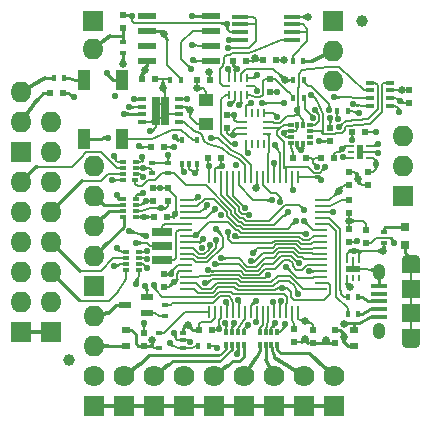
<source format=gtl>
G04 #@! TF.FileFunction,Copper,L1,Top,Signal*
%FSLAX46Y46*%
G04 Gerber Fmt 4.6, Leading zero omitted, Abs format (unit mm)*
G04 Created by KiCad (PCBNEW 4.0.4+dfsg1-stable) date Tue Jan  3 20:31:21 2017*
%MOMM*%
%LPD*%
G01*
G04 APERTURE LIST*
%ADD10C,0.100000*%
%ADD11R,0.300000X0.600000*%
%ADD12R,0.600000X0.300000*%
%ADD13R,0.500000X0.300000*%
%ADD14R,1.100000X1.700000*%
%ADD15C,1.000000*%
%ADD16R,0.650000X0.350000*%
%ADD17R,0.775000X1.200000*%
%ADD18R,1.800000X1.750000*%
%ADD19O,1.800000X1.750000*%
%ADD20R,0.500000X0.600000*%
%ADD21R,0.600000X0.500000*%
%ADD22R,0.797560X0.797560*%
%ADD23R,1.250000X1.000000*%
%ADD24R,0.600000X0.400000*%
%ADD25R,0.400000X0.600000*%
%ADD26R,1.450000X0.450000*%
%ADD27R,0.508000X0.304800*%
%ADD28R,0.304800X0.508000*%
%ADD29R,0.700000X0.600000*%
%ADD30R,1.000760X0.599440*%
%ADD31R,1.550000X0.600000*%
%ADD32R,1.700000X0.700000*%
%ADD33R,1.750000X1.800000*%
%ADD34O,1.750000X1.800000*%
%ADD35R,0.800000X0.250000*%
%ADD36R,0.250000X0.800000*%
%ADD37R,0.700000X0.250000*%
%ADD38R,0.250000X0.700000*%
%ADD39R,0.600000X0.270000*%
%ADD40R,0.500000X1.250000*%
%ADD41R,0.270000X0.600000*%
%ADD42R,1.250000X0.500000*%
%ADD43R,1.000000X0.250000*%
%ADD44R,0.250000X1.000000*%
%ADD45R,1.550000X1.500000*%
%ADD46R,1.550000X1.075000*%
%ADD47O,1.550000X0.900000*%
%ADD48O,1.050000X1.400000*%
%ADD49R,1.350000X0.400000*%
%ADD50R,0.475000X0.300000*%
%ADD51R,0.525000X0.300000*%
%ADD52R,0.300000X0.525000*%
%ADD53C,0.540000*%
%ADD54C,0.650000*%
%ADD55C,0.191000*%
%ADD56C,0.300000*%
%ADD57C,0.250000*%
%ADD58C,0.165000*%
%ADD59C,0.380000*%
G04 APERTURE END LIST*
D10*
D11*
X56350000Y-66450000D03*
X57350000Y-66450000D03*
X56850000Y-66450000D03*
X57850000Y-66450000D03*
X56850000Y-65350000D03*
X56350000Y-65350000D03*
X57350000Y-65350000D03*
X57850000Y-65350000D03*
X59200000Y-66450000D03*
X60200000Y-66450000D03*
X59700000Y-66450000D03*
X60700000Y-66450000D03*
X59700000Y-65350000D03*
X59200000Y-65350000D03*
X60200000Y-65350000D03*
X60700000Y-65350000D03*
D12*
X48775000Y-55625000D03*
X48775000Y-54625000D03*
X48775000Y-55125000D03*
X48775000Y-54125000D03*
X47675000Y-55125000D03*
X47675000Y-55625000D03*
X47675000Y-54625000D03*
X47675000Y-54125000D03*
X47600000Y-50975000D03*
X47600000Y-51975000D03*
X47600000Y-51475000D03*
D13*
X47650000Y-52475000D03*
D12*
X48700000Y-51475000D03*
X48700000Y-50975000D03*
X48700000Y-51975000D03*
D13*
X48650000Y-52475000D03*
D14*
X47574000Y-48982000D03*
X47574000Y-43982000D03*
X44374000Y-48982000D03*
X44374000Y-43982000D03*
D15*
X43100000Y-67700000D03*
D16*
X52337500Y-47575000D03*
X52337500Y-46925000D03*
X52337500Y-46275000D03*
X52337500Y-45625000D03*
X49237500Y-45625000D03*
X49237500Y-46275000D03*
X49237500Y-46925000D03*
X49237500Y-47575000D03*
D17*
X50400000Y-46000000D03*
X50400000Y-47200000D03*
X51175000Y-46000000D03*
X51175000Y-47200000D03*
D18*
X45212000Y-61468000D03*
D19*
X45212000Y-58928000D03*
X45212000Y-56388000D03*
X45212000Y-53848000D03*
X45212000Y-51308000D03*
D20*
X47625000Y-38502500D03*
X47625000Y-39602500D03*
X66800000Y-54190000D03*
X66800000Y-55290000D03*
X62150000Y-65130000D03*
X62150000Y-66230000D03*
D21*
X41471760Y-45110400D03*
X42571760Y-45110400D03*
X50000000Y-49700000D03*
X51100000Y-49700000D03*
D20*
X68200000Y-57800000D03*
X68200000Y-56700000D03*
D21*
X53900000Y-44000000D03*
X55000000Y-44000000D03*
X49259400Y-43950000D03*
X50359400Y-43950000D03*
X60600000Y-42350000D03*
X59500000Y-42350000D03*
D20*
X60050000Y-43950000D03*
X60050000Y-45050000D03*
D21*
X56950000Y-42375000D03*
X58050000Y-42375000D03*
D20*
X50150000Y-54250000D03*
X50150000Y-53150000D03*
X51425000Y-54250000D03*
X51425000Y-53150000D03*
D21*
X50275000Y-55575000D03*
X51375000Y-55575000D03*
X65500000Y-50650000D03*
X64400000Y-50650000D03*
D20*
X63700000Y-65140000D03*
X63700000Y-66240000D03*
D21*
X55150000Y-65150000D03*
X54050000Y-65150000D03*
D20*
X65600000Y-65150000D03*
X65600000Y-66250000D03*
X65140000Y-49170000D03*
X65140000Y-48070000D03*
X68350000Y-51800000D03*
X68350000Y-52900000D03*
X51100000Y-61550000D03*
X51100000Y-60450000D03*
D21*
X67020000Y-48390000D03*
X68120000Y-48390000D03*
D20*
X49400000Y-66500000D03*
X49400000Y-65400000D03*
X66802000Y-57700000D03*
X66802000Y-56600000D03*
X56450000Y-47000000D03*
X56450000Y-48100000D03*
D21*
X54800000Y-50650000D03*
X55900000Y-50650000D03*
D20*
X66780000Y-52880000D03*
X66780000Y-51780000D03*
D21*
X63100000Y-50650000D03*
X62000000Y-50650000D03*
D20*
X71870000Y-44840000D03*
X71870000Y-45940000D03*
D22*
X71500000Y-56451400D03*
X71500000Y-57950000D03*
D23*
X54700000Y-47700000D03*
X54700000Y-45700000D03*
D24*
X47625000Y-40825000D03*
X47625000Y-41725000D03*
D25*
X52520000Y-43992800D03*
X51620000Y-43992800D03*
X54900000Y-66500000D03*
X54000000Y-66500000D03*
X62921300Y-45525000D03*
X62021300Y-45525000D03*
X62950000Y-44050000D03*
X62050000Y-44050000D03*
X41774960Y-43809920D03*
X42674960Y-43809920D03*
X62900000Y-42400000D03*
X62000000Y-42400000D03*
D24*
X69700000Y-57800000D03*
X69700000Y-56900000D03*
X51200000Y-63050000D03*
X51200000Y-63950000D03*
D25*
X67550000Y-63800000D03*
X66650000Y-63800000D03*
X67550000Y-62350000D03*
X66650000Y-62350000D03*
D24*
X50050000Y-51000000D03*
X50050000Y-51900000D03*
X51425000Y-51000000D03*
X51425000Y-51900000D03*
D25*
X65750000Y-46650000D03*
X66650000Y-46650000D03*
D26*
X57575000Y-38650000D03*
X57575000Y-39300000D03*
X57575000Y-39950000D03*
X57575000Y-40600000D03*
X61975000Y-40600000D03*
X61975000Y-39950000D03*
X61975000Y-39300000D03*
X61975000Y-38650000D03*
D27*
X52682000Y-66700000D03*
X52682000Y-65430000D03*
X50650000Y-66700000D03*
X52682000Y-66065000D03*
X50650000Y-65430000D03*
D28*
X52625000Y-51086000D03*
X53895000Y-51086000D03*
X52625000Y-49054000D03*
X53260000Y-51086000D03*
X53895000Y-49054000D03*
D29*
X47850000Y-66550000D03*
X47850000Y-65150000D03*
X67200000Y-65150000D03*
X67200000Y-66550000D03*
D30*
X49700000Y-62424520D03*
X49700000Y-63725000D03*
X47800080Y-63074760D03*
D31*
X55050000Y-42375000D03*
X55050000Y-41105000D03*
X55050000Y-39835000D03*
X55050000Y-38565000D03*
X49650000Y-38565000D03*
X49650000Y-39835000D03*
X49650000Y-41105000D03*
X49650000Y-42375000D03*
D32*
X50950000Y-59250000D03*
X50950000Y-58050000D03*
X50950000Y-56850000D03*
D33*
X45212000Y-71628000D03*
X47752000Y-71628000D03*
X50292000Y-71628000D03*
X52832000Y-71628000D03*
X55372000Y-71628000D03*
X57912000Y-71628000D03*
X60452000Y-71628000D03*
X62992000Y-71628000D03*
X65532000Y-71628000D03*
D34*
X45212000Y-69088000D03*
X47752000Y-69088000D03*
X50292000Y-69088000D03*
X52832000Y-69088000D03*
X55372000Y-69088000D03*
X57912000Y-69088000D03*
X60452000Y-69088000D03*
X62992000Y-69088000D03*
X65532000Y-69088000D03*
D18*
X45085000Y-38989000D03*
D19*
X45085000Y-41402000D03*
X45212000Y-66548000D03*
X45212000Y-64008000D03*
X41529000Y-50101500D03*
X41529000Y-47561500D03*
D18*
X71310500Y-53848000D03*
D19*
X71310500Y-51308000D03*
X71310500Y-48768000D03*
D18*
X38989000Y-50101500D03*
D19*
X38989000Y-47561500D03*
X38989000Y-45021500D03*
D18*
X65405000Y-38989000D03*
D19*
X65405000Y-41529000D03*
X65405000Y-44069000D03*
D18*
X38989000Y-65341500D03*
D19*
X38989000Y-62801500D03*
X38989000Y-60261500D03*
X38989000Y-57721500D03*
X38989000Y-55181500D03*
X38989000Y-52641500D03*
D18*
X41529000Y-65341500D03*
D19*
X41529000Y-62801500D03*
X41529000Y-60261500D03*
X41529000Y-57721500D03*
X41529000Y-55181500D03*
X41529000Y-52641500D03*
D35*
X59830000Y-48600000D03*
X59830000Y-48100000D03*
X59830000Y-47600000D03*
D36*
X58050000Y-49400000D03*
X58550000Y-49400000D03*
X59050000Y-49400000D03*
X59550000Y-49400000D03*
D35*
X57770000Y-48600000D03*
X57770000Y-48100000D03*
X57770000Y-47600000D03*
D36*
X58050000Y-46800000D03*
X58550000Y-46800000D03*
X59050000Y-46800000D03*
X59550000Y-46800000D03*
D16*
X68575000Y-46175000D03*
X70225000Y-46175000D03*
X68575000Y-45525000D03*
X70225000Y-45525000D03*
X68575000Y-44875000D03*
X70225000Y-44875000D03*
X68575000Y-44225000D03*
X70225000Y-44225000D03*
D37*
X58353200Y-44550000D03*
X56353200Y-44550000D03*
D38*
X56603200Y-43850000D03*
X57103200Y-43850000D03*
X57603200Y-43850000D03*
X58103200Y-43850000D03*
X58103200Y-45250000D03*
X57603200Y-45250000D03*
X57103200Y-45250000D03*
X56603200Y-45250000D03*
D39*
X66900000Y-50600000D03*
X68450000Y-50600000D03*
X66900000Y-50100000D03*
X68450000Y-50100000D03*
X66900000Y-49600000D03*
X68450000Y-49600000D03*
D40*
X67675000Y-50100000D03*
D41*
X67600000Y-60775000D03*
X67600000Y-59225000D03*
X67100000Y-60775000D03*
X67100000Y-59225000D03*
X66600000Y-60775000D03*
X66600000Y-59225000D03*
D42*
X67100000Y-60000000D03*
D15*
X67900000Y-39000000D03*
D43*
X53000000Y-54200100D03*
X53000000Y-54700100D03*
X53000000Y-55200100D03*
X53000000Y-55700100D03*
X53000000Y-56200100D03*
X53000000Y-56700100D03*
X53000000Y-57200100D03*
X53000000Y-57700100D03*
X53000000Y-58200100D03*
X53000000Y-58700100D03*
X53000000Y-59200100D03*
X53000000Y-59700100D03*
X53000000Y-60200100D03*
X53000000Y-60700100D03*
X53000000Y-61200100D03*
X53000000Y-61700100D03*
D44*
X54950000Y-63650100D03*
X55450000Y-63650100D03*
X55950000Y-63650100D03*
X56450000Y-63650100D03*
X56950000Y-63650100D03*
X57450000Y-63650100D03*
X57950000Y-63650100D03*
X58450000Y-63650100D03*
X58950000Y-63650100D03*
X59450000Y-63650100D03*
X59950000Y-63650100D03*
X60450000Y-63650100D03*
X60950000Y-63650100D03*
X61450000Y-63650100D03*
X61950000Y-63650100D03*
X62450000Y-63650100D03*
D43*
X64400000Y-61700100D03*
X64400000Y-61200100D03*
X64400000Y-60700100D03*
X64400000Y-60200100D03*
X64400000Y-59700100D03*
X64400000Y-59200100D03*
X64400000Y-58700100D03*
X64400000Y-58200100D03*
X64400000Y-57700100D03*
X64400000Y-57200100D03*
X64400000Y-56700100D03*
X64400000Y-56200100D03*
X64400000Y-55700100D03*
X64400000Y-55200100D03*
X64400000Y-54700100D03*
X64400000Y-54200100D03*
D44*
X62450000Y-52250100D03*
X61950000Y-52250100D03*
X61450000Y-52250100D03*
X60950000Y-52250100D03*
X60450000Y-52250100D03*
X59950000Y-52250100D03*
X59450000Y-52250100D03*
X58950000Y-52250100D03*
X58450000Y-52250100D03*
X57950000Y-52250100D03*
X57450000Y-52250100D03*
X56950000Y-52250100D03*
X56450000Y-52250100D03*
X55950000Y-52250100D03*
X55450000Y-52250100D03*
X54950000Y-52250100D03*
D45*
X72009000Y-61738000D03*
X72009000Y-63738000D03*
D46*
X72009000Y-59838000D03*
D47*
X72009000Y-59238000D03*
X72009000Y-66238000D03*
D48*
X69309000Y-60238000D03*
D49*
X69309000Y-61438000D03*
X69309000Y-62088000D03*
X69309000Y-62738000D03*
X69309000Y-63388000D03*
X69309000Y-64038000D03*
D48*
X69309000Y-65238000D03*
D46*
X72009000Y-65638000D03*
D50*
X63470000Y-47850000D03*
D51*
X63455000Y-48350000D03*
X63455000Y-48850000D03*
D50*
X63470000Y-49350000D03*
D52*
X62900000Y-47795000D03*
X62400000Y-49405000D03*
X62900000Y-49405000D03*
X62400000Y-47795000D03*
D50*
X61830000Y-49350000D03*
D51*
X61845000Y-48850000D03*
X61845000Y-48350000D03*
D50*
X61830000Y-47850000D03*
D12*
X47850000Y-58600000D03*
X47850000Y-59600000D03*
X47850000Y-59100000D03*
X47850000Y-60100000D03*
X48950000Y-59100000D03*
X48950000Y-58600000D03*
X48950000Y-59600000D03*
X48950000Y-60100000D03*
D53*
X52069328Y-55386397D03*
X60650000Y-45040000D03*
X61267670Y-48519898D03*
X64057224Y-51334581D03*
X65153610Y-47250331D03*
D54*
X54928481Y-43355511D03*
D53*
X56613920Y-40597950D03*
X46391227Y-48949989D03*
X60294625Y-62774601D03*
X71110000Y-45770000D03*
X67132086Y-46017793D03*
D54*
X63010000Y-65970011D03*
D53*
X57434977Y-46112105D03*
X56970000Y-48680000D03*
X51669490Y-60464944D03*
D54*
X58790491Y-42143362D03*
X64796015Y-66057272D03*
D53*
X49904617Y-48311485D03*
X53500000Y-38575000D03*
X57175000Y-51200000D03*
X48774893Y-57774000D03*
X69200000Y-50149996D03*
D54*
X53149996Y-64750000D03*
X51000000Y-44650000D03*
D53*
X50800000Y-53150000D03*
X55985011Y-51302708D03*
X69090000Y-48390000D03*
X51925000Y-49700000D03*
X53700000Y-51850000D03*
X49500000Y-61450000D03*
X49400000Y-64550000D03*
D54*
X67550000Y-52350000D03*
X66800000Y-55950000D03*
D53*
X46950000Y-45400000D03*
X43450000Y-45438640D03*
D54*
X47630000Y-42641998D03*
D53*
X56414978Y-39272490D03*
X48400000Y-38600000D03*
X70540000Y-57770000D03*
X49023101Y-49572669D03*
D54*
X53300000Y-46550000D03*
D53*
X57250516Y-43040239D03*
D54*
X53900000Y-44700000D03*
X61250000Y-42350000D03*
X63275000Y-38650000D03*
X49530000Y-43180000D03*
X61359998Y-44034858D03*
D53*
X55538717Y-57544457D03*
X49551368Y-54253375D03*
X54989679Y-58001555D03*
X50810006Y-54820000D03*
X54433235Y-57510450D03*
X49450000Y-55600000D03*
X56373349Y-62833531D03*
X66235471Y-50553665D03*
D54*
X63070000Y-64390000D03*
D53*
X54316975Y-58212529D03*
X55939251Y-55437380D03*
X53988511Y-53885472D03*
X48550000Y-45644987D03*
X55754053Y-65056605D03*
X51431972Y-50383837D03*
X51940000Y-61140000D03*
X67450000Y-57625000D03*
D54*
X66882631Y-61558030D03*
D53*
X54950000Y-51300000D03*
D54*
X65900000Y-53400000D03*
D53*
X64210000Y-49190000D03*
X62712490Y-49967496D03*
X65856606Y-47303614D03*
X66153442Y-49853442D03*
X58230000Y-50230000D03*
X57075000Y-46975000D03*
X67000000Y-49050000D03*
X52075000Y-48875000D03*
D54*
X50110000Y-66040000D03*
X66358812Y-65777945D03*
D53*
X69250000Y-49394987D03*
X69050000Y-51100000D03*
X67200000Y-58450000D03*
D54*
X69650000Y-58450000D03*
D53*
X46250000Y-43450000D03*
X67610000Y-46810000D03*
X71000000Y-46750000D03*
D54*
X71250000Y-44875000D03*
X66370000Y-64630000D03*
D53*
X57964295Y-54831109D03*
X55570000Y-66720000D03*
X57281194Y-67226832D03*
X47150000Y-53750000D03*
X46880000Y-50430000D03*
X46910000Y-59790000D03*
X47140000Y-58220000D03*
X46695000Y-52510000D03*
X47700000Y-46900000D03*
X48150000Y-46275000D03*
X58930000Y-64490000D03*
X51580000Y-66280000D03*
X63749314Y-47224318D03*
X62983264Y-55011358D03*
X63407428Y-60217610D03*
X65045583Y-46553644D03*
X58336304Y-55429984D03*
X53320000Y-66197510D03*
X51992998Y-65440000D03*
X49350000Y-51450000D03*
X50300128Y-61349872D03*
X61630000Y-55200000D03*
X61000000Y-62719998D03*
X58648967Y-58629591D03*
X56307633Y-64601107D03*
X58431856Y-59304918D03*
X57012557Y-64613574D03*
X58260000Y-64720000D03*
D54*
X58905928Y-53118195D03*
D53*
X60490000Y-64590000D03*
X59934200Y-60561572D03*
X61390000Y-64650000D03*
X62440788Y-62102490D03*
X55543672Y-56656406D03*
X49286521Y-53600000D03*
X49675811Y-58497176D03*
X55919495Y-59088621D03*
X49685765Y-59959601D03*
X54846620Y-60076542D03*
X54737398Y-54634358D03*
X49220000Y-50489998D03*
X49664988Y-59202105D03*
X62516367Y-59544050D03*
X55385804Y-59622315D03*
X62983989Y-55926352D03*
X56485664Y-56909334D03*
X49327343Y-52233678D03*
X57123243Y-57210223D03*
X48182036Y-56834779D03*
X49612382Y-57242605D03*
X48700128Y-61249872D03*
X63854648Y-46527222D03*
X62241869Y-55931717D03*
X55440732Y-54938861D03*
X52800000Y-51800000D03*
X53530000Y-42350000D03*
X61988037Y-53290000D03*
X57411406Y-62649993D03*
X57119331Y-49414374D03*
X58855022Y-62715088D03*
X58469989Y-45964988D03*
X54580000Y-61159989D03*
X53350000Y-43040000D03*
X61100000Y-61590000D03*
X60922373Y-54320953D03*
X61270000Y-45950000D03*
X61455355Y-59800898D03*
X59426485Y-45964988D03*
X59002490Y-44929976D03*
X64760000Y-51390687D03*
X65954994Y-48001727D03*
X60520000Y-49540000D03*
X60672410Y-47137845D03*
X63582145Y-45305984D03*
X62381934Y-46521834D03*
X60402479Y-51000000D03*
X53050000Y-45600000D03*
X55050000Y-48900000D03*
X65530000Y-45422490D03*
X60243174Y-54131926D03*
X56518473Y-43118218D03*
X56484734Y-41291025D03*
X56732339Y-46054306D03*
X58950000Y-43599998D03*
X53450000Y-41060000D03*
X53838934Y-57116857D03*
X63143109Y-57069352D03*
X65450000Y-55200000D03*
X64375997Y-52435179D03*
D54*
X51100001Y-40100001D03*
D55*
X51175000Y-45209000D02*
X51100178Y-44970000D01*
D56*
X51000000Y-44650000D02*
X51100178Y-44970000D01*
D57*
X51669490Y-60464944D02*
X51100000Y-60450000D01*
D55*
X63787225Y-51064582D02*
X63840000Y-51117357D01*
D57*
X64057224Y-51334581D02*
X63840000Y-51117357D01*
D58*
X57770000Y-48600000D02*
X57210000Y-48600000D01*
D57*
X56970000Y-48680000D02*
X57210000Y-48600000D01*
D55*
X62400000Y-47837500D02*
X62400000Y-48200000D01*
X62250000Y-48350000D02*
X61902500Y-48350000D01*
X62400000Y-48200000D02*
X62250000Y-48350000D01*
X61902500Y-48350000D02*
X61877500Y-48325000D01*
D58*
X61877500Y-48325000D02*
X61862500Y-48340000D01*
X61862500Y-48340000D02*
X61490000Y-48340000D01*
X61490000Y-48340000D02*
X61475000Y-48325000D01*
X61877500Y-48825000D02*
X61852500Y-48850000D01*
X61852500Y-48850000D02*
X61500000Y-48850000D01*
X61500000Y-48850000D02*
X61475000Y-48825000D01*
D57*
X52069328Y-55386397D02*
X51840000Y-55575000D01*
D58*
X52119999Y-53894999D02*
X52119999Y-55140000D01*
X52119999Y-55140000D02*
X52119999Y-55270001D01*
D57*
X52069328Y-55386397D02*
X52119999Y-55140000D01*
D58*
X51425000Y-53200000D02*
X52119999Y-53894999D01*
X51425000Y-53150000D02*
X51425000Y-53200000D01*
D57*
X60650000Y-45040000D02*
X60640000Y-45050000D01*
X60640000Y-45050000D02*
X60440000Y-45050000D01*
D55*
X61475000Y-48825000D02*
X61267670Y-48617670D01*
X61280102Y-48519898D02*
X61267670Y-48519898D01*
X61267670Y-48617670D02*
X61267670Y-48519898D01*
X61475000Y-48325000D02*
X61280102Y-48519898D01*
X63750000Y-51027357D02*
X63787225Y-51064582D01*
X63750000Y-50809000D02*
X63750000Y-51027357D01*
D57*
X45800000Y-48980000D02*
X45600000Y-48982000D01*
X46009390Y-48949989D02*
X45800000Y-48980000D01*
X56613920Y-40597950D02*
X57575000Y-40600000D01*
D55*
X60050000Y-45050000D02*
X60440000Y-45050000D01*
D58*
X65140000Y-47290000D02*
X65140000Y-47530000D01*
X65140000Y-47530000D02*
X65140000Y-48070000D01*
D57*
X65153610Y-47250331D02*
X65140000Y-47530000D01*
X65140000Y-47290000D02*
X65140000Y-47263941D01*
X65140000Y-47263941D02*
X65153610Y-47250331D01*
D55*
X55000000Y-43427030D02*
X54928481Y-43355511D01*
X55000000Y-44000000D02*
X55000000Y-43427030D01*
D59*
X46009390Y-48949989D02*
X46391227Y-48949989D01*
D57*
X60294625Y-62774601D02*
X60450000Y-62929976D01*
D58*
X60450000Y-63650100D02*
X60450000Y-62929976D01*
D55*
X68710000Y-60129090D02*
X68000000Y-60000000D01*
D56*
X69309000Y-60238000D02*
X68710000Y-60129090D01*
D55*
X67100000Y-60000000D02*
X68000000Y-60000000D01*
X55450000Y-51559100D02*
X55609100Y-51400000D01*
D57*
X55985011Y-51302708D02*
X55609100Y-51400000D01*
D58*
X53895000Y-51645000D02*
X53895000Y-51580000D01*
X53895000Y-51580000D02*
X53895000Y-51086000D01*
D57*
X53700000Y-51850000D02*
X53895000Y-51580000D01*
D55*
X70850000Y-45628181D02*
X70670000Y-45530000D01*
D57*
X71110000Y-45770000D02*
X70850000Y-45628181D01*
D55*
X71530000Y-45940000D02*
X71360000Y-45871191D01*
D57*
X71110000Y-45770000D02*
X71360000Y-45871191D01*
D55*
X70670000Y-45530000D02*
X70225000Y-45525000D01*
X71870000Y-45940000D02*
X71530000Y-45940000D01*
D57*
X67132086Y-46017793D02*
X67525000Y-46100000D01*
X42571760Y-45110400D02*
X43000000Y-45110400D01*
X43450000Y-45438640D02*
X43000000Y-45110400D01*
X44374000Y-48982000D02*
X45600000Y-48982000D01*
D55*
X67875000Y-46175000D02*
X68575000Y-46175000D01*
X67525000Y-46100000D02*
X67875000Y-46175000D01*
X68450000Y-50100000D02*
X68825000Y-50100000D01*
X69200000Y-50149996D02*
X68825000Y-50100000D01*
D57*
X58790491Y-42143362D02*
X58997129Y-42350000D01*
X58558853Y-42375000D02*
X58790491Y-42143362D01*
X65600000Y-66250000D02*
X65100000Y-66250000D01*
X65100000Y-66250000D02*
X64988743Y-66250000D01*
X64796015Y-66057272D02*
X65100000Y-66250000D01*
X64796015Y-66057272D02*
X64988743Y-66250000D01*
X64400000Y-66240000D02*
X64613287Y-66240000D01*
X63700000Y-66240000D02*
X64400000Y-66240000D01*
X64400000Y-66240000D02*
X64796015Y-66057272D01*
X64613287Y-66240000D02*
X64988743Y-66250000D01*
X52682000Y-65027600D02*
X52859600Y-64850000D01*
D56*
X53149996Y-64750000D02*
X52859600Y-64850000D01*
D57*
X53500000Y-65150000D02*
X53370000Y-65020000D01*
D56*
X53149996Y-64750000D02*
X53370000Y-65020000D01*
D58*
X67259619Y-55950000D02*
X67150000Y-55950000D01*
D56*
X66800000Y-55950000D02*
X67150000Y-55950000D01*
D57*
X47630000Y-42300000D02*
X47630000Y-41730000D01*
D56*
X47630000Y-42641998D02*
X47630000Y-42300000D01*
D55*
X51000000Y-43950000D02*
X51000000Y-44300000D01*
D56*
X51000000Y-44650000D02*
X51000000Y-44300000D01*
D55*
X67440000Y-51990000D02*
X67230000Y-51780000D01*
D56*
X67550000Y-52350000D02*
X67440000Y-51990000D01*
D55*
X67850000Y-52900000D02*
X67650000Y-52700000D01*
D56*
X67550000Y-52350000D02*
X67650000Y-52700000D01*
D55*
X52309000Y-59700100D02*
X51789100Y-60220000D01*
D56*
X51669490Y-60464944D02*
X51789100Y-60220000D01*
X63010000Y-65970011D02*
X63259000Y-66240000D01*
X63010000Y-65970011D02*
X62750011Y-66230000D01*
D55*
X49400000Y-65400000D02*
X49400000Y-64830000D01*
D56*
X49400000Y-64550000D02*
X49400000Y-64830000D01*
D55*
X49644688Y-61800000D02*
X49700000Y-61933800D01*
D56*
X49500000Y-61450000D02*
X49644688Y-61800000D01*
D58*
X49156730Y-57774000D02*
X49040000Y-57774000D01*
D56*
X48774893Y-57774000D02*
X49040000Y-57774000D01*
D58*
X50400000Y-47965000D02*
X50155000Y-48210000D01*
D57*
X49904617Y-48311485D02*
X50155000Y-48210000D01*
D56*
X57434977Y-46112105D02*
X57603200Y-45943882D01*
D55*
X68120000Y-48390000D02*
X68790000Y-48390000D01*
D57*
X69090000Y-48390000D02*
X68790000Y-48390000D01*
D58*
X56970000Y-48320000D02*
X56970000Y-48400000D01*
D57*
X56970000Y-48680000D02*
X56970000Y-48400000D01*
D58*
X56610000Y-48680000D02*
X56690000Y-48680000D01*
D57*
X56970000Y-48680000D02*
X56690000Y-48680000D01*
D58*
X51100000Y-49700000D02*
X51650000Y-49700000D01*
D57*
X51925000Y-49700000D02*
X51650000Y-49700000D01*
D58*
X53260000Y-51505000D02*
X53445000Y-51690000D01*
D57*
X53700000Y-51850000D02*
X53445000Y-51690000D01*
D55*
X55900000Y-50650000D02*
X55900000Y-51050000D01*
D57*
X55985011Y-51302708D02*
X55900000Y-51050000D01*
D55*
X55450000Y-63650100D02*
X55450000Y-64154549D01*
X55450000Y-64154549D02*
X55088549Y-64516000D01*
X55088549Y-64516000D02*
X54243000Y-64516000D01*
X54243000Y-64516000D02*
X54050000Y-64709000D01*
X54050000Y-64709000D02*
X54050000Y-65150000D01*
X63700000Y-66240000D02*
X63259000Y-66240000D01*
X62150000Y-66230000D02*
X62750011Y-66230000D01*
D56*
X38989000Y-65341500D02*
X41529000Y-65341500D01*
X45212000Y-71628000D02*
X65532000Y-71628000D01*
D58*
X57603200Y-45250000D02*
X57603200Y-45943882D01*
X57770000Y-48100000D02*
X57190000Y-48100000D01*
X57190000Y-48100000D02*
X56970000Y-48320000D01*
X56450000Y-48520000D02*
X56610000Y-48680000D01*
X56450000Y-48100000D02*
X56450000Y-48520000D01*
D55*
X53000000Y-59700100D02*
X52309000Y-59700100D01*
X59500000Y-42350000D02*
X58997129Y-42350000D01*
X58050000Y-42375000D02*
X58558853Y-42375000D01*
D58*
X50400000Y-47200000D02*
X50400000Y-47965000D01*
X68200000Y-56700000D02*
X68200000Y-56235000D01*
X68200000Y-56235000D02*
X67915000Y-55950000D01*
X67915000Y-55950000D02*
X67259619Y-55950000D01*
D57*
X54015000Y-38575000D02*
X53500000Y-38575000D01*
X55050000Y-38565000D02*
X54025000Y-38565000D01*
X54025000Y-38565000D02*
X54015000Y-38575000D01*
D58*
X51375000Y-55575000D02*
X51840000Y-55575000D01*
X51840000Y-55575000D02*
X52150000Y-55265000D01*
X49675000Y-57774000D02*
X49156730Y-57774000D01*
X50950000Y-58050000D02*
X49951000Y-58050000D01*
X49951000Y-58050000D02*
X49675000Y-57774000D01*
X50400000Y-47200000D02*
X51175000Y-47200000D01*
X50400000Y-47200000D02*
X50400000Y-46000000D01*
X50400000Y-46000000D02*
X51175000Y-46000000D01*
D57*
X54050000Y-65150000D02*
X53500000Y-65150000D01*
X52682000Y-65430000D02*
X52682000Y-65027600D01*
D55*
X51000000Y-43950000D02*
X51577200Y-43950000D01*
X50359400Y-43950000D02*
X51000000Y-43950000D01*
X51577200Y-43950000D02*
X51620000Y-43992800D01*
X51175000Y-46000000D02*
X51175000Y-45209000D01*
X51425000Y-53150000D02*
X50800000Y-53150000D01*
X50150000Y-53150000D02*
X50800000Y-53150000D01*
X55450000Y-52250100D02*
X55450000Y-51559100D01*
X55937719Y-51350000D02*
X55985011Y-51302708D01*
X55900000Y-51350000D02*
X55937719Y-51350000D01*
X68450000Y-50100000D02*
X67675000Y-50100000D01*
X63591000Y-50650000D02*
X63750000Y-50809000D01*
X64400000Y-50650000D02*
X63909000Y-50650000D01*
X63100000Y-50650000D02*
X63591000Y-50650000D01*
X63909000Y-50650000D02*
X63750000Y-50809000D01*
D58*
X52337500Y-46925000D02*
X51450000Y-46925000D01*
X51450000Y-46925000D02*
X51175000Y-47200000D01*
X53900000Y-51650000D02*
X53895000Y-51645000D01*
X53260000Y-51086000D02*
X53260000Y-51505000D01*
D55*
X49237500Y-47575000D02*
X50025000Y-47575000D01*
X50025000Y-47575000D02*
X50400000Y-47200000D01*
X49700000Y-62424520D02*
X49700000Y-61933800D01*
X72009000Y-61738000D02*
X72009000Y-59838000D01*
X72009000Y-61738000D02*
X72009000Y-63738000D01*
X72009000Y-65638000D02*
X72009000Y-63738000D01*
D57*
X72009000Y-59159000D02*
X71500000Y-58650000D01*
X71500000Y-58650000D02*
X71500000Y-57950000D01*
D55*
X67230000Y-51780000D02*
X66780000Y-51780000D01*
X68350000Y-52900000D02*
X67850000Y-52900000D01*
X66800000Y-55290000D02*
X66800000Y-55950000D01*
X66800000Y-56107000D02*
X66800000Y-55950000D01*
X66802000Y-56600000D02*
X66802000Y-56109000D01*
X66802000Y-56109000D02*
X66800000Y-56107000D01*
X67100000Y-59225000D02*
X67100000Y-60000000D01*
D57*
X72009000Y-59159000D02*
X72009000Y-59363000D01*
X69309000Y-61438000D02*
X69309000Y-60238000D01*
X47630000Y-41730000D02*
X47625000Y-41725000D01*
X47625000Y-38502500D02*
X48120000Y-38502500D01*
X48400000Y-38600000D02*
X48120000Y-38502500D01*
X56414978Y-39272490D02*
X55940651Y-39180000D01*
X56414978Y-39272490D02*
X56414978Y-39654327D01*
D55*
X48400000Y-38981837D02*
X48400000Y-38600000D01*
X55940651Y-39180000D02*
X48598163Y-39180000D01*
X48598163Y-39180000D02*
X48400000Y-38981837D01*
X57575000Y-39950000D02*
X56659000Y-39950000D01*
X56659000Y-39950000D02*
X56414978Y-39705978D01*
X56414978Y-39705978D02*
X56414978Y-39654327D01*
D59*
X45085000Y-41402000D02*
X46510000Y-40250000D01*
D58*
X46510000Y-40250000D02*
X45675000Y-41085000D01*
D57*
X47625000Y-40250000D02*
X47625000Y-40825000D01*
X47625000Y-39602500D02*
X47625000Y-40250000D01*
X47625000Y-40250000D02*
X46510000Y-40250000D01*
X45085000Y-41402000D02*
X45098000Y-41402000D01*
D55*
X66800000Y-54190000D02*
X66200000Y-54190000D01*
X65164756Y-54700100D02*
X66200000Y-54190000D01*
X65164756Y-54700100D02*
X64400000Y-54700100D01*
X53030000Y-46388586D02*
X52840000Y-46275000D01*
D56*
X53300000Y-46550000D02*
X53030000Y-46388586D01*
D55*
X52337500Y-46275000D02*
X52840000Y-46275000D01*
D58*
X70150000Y-57352499D02*
X70300000Y-57419271D01*
X70300000Y-57419271D02*
X70391498Y-57460000D01*
D57*
X70540000Y-57770000D02*
X70300000Y-57419271D01*
D58*
X69062501Y-57352499D02*
X70150000Y-57352499D01*
D57*
X40889600Y-45110400D02*
X40320000Y-45680000D01*
D56*
X38989000Y-47561500D02*
X40320000Y-45680000D01*
D57*
X47850000Y-66550000D02*
X46400000Y-66550000D01*
D56*
X45212000Y-66548000D02*
X46400000Y-66550000D01*
D55*
X53300000Y-47116000D02*
X53300000Y-46900000D01*
D57*
X53300000Y-46550000D02*
X53300000Y-46900000D01*
D55*
X50000000Y-49700000D02*
X49330000Y-49700000D01*
D57*
X49023101Y-49572669D02*
X49330000Y-49700000D01*
D56*
X38989000Y-47561500D02*
X39014000Y-47561500D01*
D55*
X54700000Y-47700000D02*
X53884000Y-47700000D01*
X53884000Y-47700000D02*
X53300000Y-47116000D01*
D58*
X68200000Y-57800000D02*
X68615000Y-57800000D01*
X68615000Y-57800000D02*
X69062501Y-57352499D01*
D57*
X40400000Y-45600000D02*
X40889600Y-45110400D01*
X40889600Y-45110400D02*
X41471760Y-45110400D01*
D55*
X61950000Y-64300000D02*
X61950000Y-63650100D01*
X61950000Y-64300000D02*
X62150000Y-64700000D01*
X62150000Y-65130000D02*
X62150000Y-64700000D01*
D57*
X49259400Y-43950000D02*
X49259400Y-43580000D01*
D56*
X49530000Y-43180000D02*
X49259400Y-43580000D01*
X49530000Y-43180000D02*
X49650000Y-42790000D01*
D57*
X49650000Y-42375000D02*
X49650000Y-42790000D01*
D55*
X60920000Y-42350000D02*
X60600000Y-42350000D01*
D57*
X61250000Y-42350000D02*
X60920000Y-42350000D01*
D55*
X53900000Y-44400000D02*
X53900000Y-44000000D01*
D57*
X53900000Y-44700000D02*
X53900000Y-44400000D01*
D55*
X54391000Y-44700000D02*
X54200000Y-44700000D01*
D57*
X53900000Y-44700000D02*
X54200000Y-44700000D01*
D55*
X61975000Y-38650000D02*
X62950000Y-38650000D01*
D56*
X63275000Y-38650000D02*
X62950000Y-38650000D01*
X57250516Y-43040239D02*
X57103200Y-43187555D01*
D58*
X57070000Y-42859723D02*
X56980517Y-42770240D01*
D56*
X57250516Y-43040239D02*
X57070000Y-42859723D01*
D58*
X56980517Y-42759483D02*
X56950000Y-42728966D01*
X56950000Y-42728966D02*
X56950000Y-42375000D01*
X56980517Y-42770240D02*
X56980517Y-42759483D01*
X57200239Y-43040239D02*
X57250516Y-43040239D01*
D55*
X57103200Y-43850000D02*
X57103200Y-43187555D01*
X56950000Y-42375000D02*
X57069499Y-42494499D01*
X54700000Y-45700000D02*
X54700000Y-45009000D01*
X54700000Y-45009000D02*
X54391000Y-44700000D01*
D58*
X61575000Y-45060000D02*
X60465000Y-43950000D01*
X62021300Y-45425000D02*
X61656300Y-45060000D01*
X62021300Y-45525000D02*
X62021300Y-45425000D01*
X61656300Y-45060000D02*
X61575000Y-45060000D01*
X60465000Y-43950000D02*
X60050000Y-43950000D01*
X59220000Y-45447486D02*
X58830000Y-45447486D01*
X59220000Y-45447486D02*
X59520000Y-45255909D01*
X58393200Y-45250000D02*
X58830000Y-45447486D01*
X60050000Y-43950000D02*
X59660000Y-43950000D01*
X59660000Y-43950000D02*
X59520000Y-44090000D01*
X59520000Y-44090000D02*
X59520000Y-45255909D01*
X58393200Y-45250000D02*
X58103200Y-45250000D01*
D55*
X62050000Y-44050000D02*
X61700000Y-44050000D01*
D57*
X61359998Y-44034858D02*
X61700000Y-44050000D01*
D56*
X61359998Y-44034858D02*
X61034999Y-43709859D01*
D55*
X60375140Y-43050000D02*
X61034999Y-43709859D01*
X57603200Y-43850000D02*
X57603200Y-43481944D01*
X57603200Y-43481944D02*
X58035144Y-43050000D01*
X58035144Y-43050000D02*
X60375140Y-43050000D01*
D58*
X55538717Y-57926294D02*
X55538717Y-57820000D01*
D57*
X55538717Y-57544457D02*
X55538717Y-57820000D01*
D58*
X55538717Y-58199165D02*
X55538717Y-57926294D01*
X53955505Y-59076439D02*
X54661443Y-59076439D01*
X54661443Y-59076439D02*
X55538717Y-58199165D01*
X53579166Y-58700100D02*
X53955505Y-59076439D01*
D55*
X53000000Y-58700100D02*
X53579166Y-58700100D01*
X49162525Y-54625000D02*
X49397525Y-54390000D01*
X49397525Y-54390000D02*
X49537525Y-54250000D01*
D56*
X49551368Y-54253375D02*
X49397525Y-54390000D01*
D58*
X50150000Y-54250000D02*
X49554743Y-54250000D01*
X49554743Y-54250000D02*
X49551368Y-54253375D01*
D55*
X49537525Y-54250000D02*
X50150000Y-54250000D01*
X48725000Y-54625000D02*
X49162525Y-54625000D01*
X51200000Y-54810501D02*
X51279499Y-54810501D01*
X51279499Y-54810501D02*
X51425000Y-54665000D01*
X51425000Y-54665000D02*
X51425000Y-54250000D01*
D58*
X54919808Y-58270000D02*
X54891176Y-58380000D01*
D57*
X54989679Y-58001555D02*
X54919808Y-58270000D01*
D58*
X54524748Y-58746428D02*
X54891176Y-58380000D01*
X53000000Y-58200100D02*
X53564255Y-58200100D01*
X54110583Y-58746428D02*
X54524748Y-58746428D01*
X53564255Y-58200100D02*
X54110583Y-58746428D01*
D55*
X49975000Y-54820000D02*
X50525000Y-54820000D01*
D57*
X50810006Y-54820000D02*
X50525000Y-54820000D01*
D55*
X49166000Y-55125000D02*
X49975000Y-54820000D01*
D57*
X51200000Y-54810501D02*
X50810006Y-54820000D01*
D55*
X48725000Y-55125000D02*
X49166000Y-55125000D01*
D58*
X53000000Y-57700100D02*
X54080000Y-57700100D01*
D57*
X54433235Y-57510450D02*
X54080000Y-57700100D01*
D55*
X48725000Y-55625000D02*
X49180000Y-55625000D01*
X49180000Y-55625000D02*
X49425000Y-55625000D01*
D56*
X49450000Y-55600000D02*
X49180000Y-55625000D01*
D58*
X50275000Y-55575000D02*
X49720000Y-55575000D01*
X49720000Y-55575000D02*
X49475000Y-55575000D01*
D56*
X49450000Y-55600000D02*
X49720000Y-55575000D01*
D58*
X49475000Y-55575000D02*
X49450000Y-55600000D01*
D55*
X49425000Y-55625000D02*
X49475000Y-55575000D01*
D58*
X56450000Y-63650100D02*
X56450000Y-63100000D01*
D57*
X56373349Y-62833531D02*
X56450000Y-63100000D01*
D55*
X66500000Y-50600000D02*
X66281806Y-50600000D01*
X66281806Y-50600000D02*
X66235471Y-50553665D01*
D58*
X66900000Y-50600000D02*
X66500000Y-50600000D01*
D55*
X63530000Y-64600000D02*
X63390000Y-64536086D01*
D57*
X63070000Y-64390000D02*
X63390000Y-64536086D01*
D55*
X63700000Y-64770000D02*
X63530000Y-64600000D01*
X63700000Y-65140000D02*
X63700000Y-64770000D01*
X62580000Y-64360000D02*
X62710000Y-64367959D01*
D57*
X63070000Y-64390000D02*
X62710000Y-64367959D01*
D55*
X62450000Y-64230000D02*
X62580000Y-64360000D01*
D57*
X63070000Y-64390000D02*
X63030000Y-64430000D01*
X63070000Y-64390000D02*
X63110000Y-64430000D01*
X51940000Y-61140000D02*
X52200000Y-60860002D01*
D55*
X53600000Y-54200000D02*
X53770000Y-54050259D01*
X53770000Y-54050259D02*
X54025000Y-53825649D01*
D57*
X53988511Y-53885472D02*
X53770000Y-54050259D01*
X54025000Y-53848983D02*
X53988511Y-53885472D01*
X54025000Y-53825649D02*
X54025000Y-53848983D01*
D58*
X62450000Y-64230000D02*
X62450000Y-63650100D01*
D55*
X53000000Y-54200100D02*
X53600000Y-54200000D01*
X53000000Y-54200100D02*
X53375000Y-54200100D01*
X49237500Y-45625000D02*
X48825000Y-45625000D01*
D57*
X48550000Y-45644987D02*
X48825000Y-45625000D01*
D55*
X66802000Y-57700000D02*
X67225000Y-57700000D01*
D57*
X67450000Y-57625000D02*
X67225000Y-57700000D01*
D56*
X66882631Y-61558030D02*
X66600000Y-61275399D01*
D55*
X66420000Y-52880000D02*
X66130000Y-53170000D01*
D56*
X65900000Y-53400000D02*
X66130000Y-53170000D01*
D55*
X65100000Y-54200000D02*
X65670000Y-53630000D01*
D56*
X65900000Y-53400000D02*
X65670000Y-53630000D01*
D55*
X52209999Y-60870001D02*
X52130000Y-60950000D01*
X51541000Y-61550000D02*
X51721000Y-61370000D01*
D56*
X51940000Y-61140000D02*
X51721000Y-61370000D01*
D55*
X55754053Y-64674768D02*
X55754053Y-64770000D01*
D57*
X55754053Y-65056605D02*
X55754053Y-64770000D01*
X51431972Y-50383837D02*
X51425000Y-50609000D01*
D55*
X55950000Y-64158023D02*
X55754053Y-64353970D01*
X55660658Y-65150000D02*
X55754053Y-65056605D01*
X55150000Y-65150000D02*
X55660658Y-65150000D01*
X55950000Y-63650100D02*
X55950000Y-64158023D01*
X55754053Y-64353970D02*
X55754053Y-64674768D01*
X51425000Y-51000000D02*
X51425000Y-50390809D01*
X51425000Y-50390809D02*
X51431972Y-50383837D01*
X52200000Y-60860002D02*
X52209999Y-60870001D01*
X52200000Y-60400000D02*
X52200000Y-60860002D01*
X53000000Y-60200100D02*
X52399900Y-60200100D01*
X52399900Y-60200100D02*
X52200000Y-60400000D01*
X51100000Y-61550000D02*
X51541000Y-61550000D01*
X66600000Y-61275399D02*
X66600000Y-60775000D01*
X55150000Y-65150000D02*
X55200000Y-65150000D01*
X66884000Y-61556661D02*
X66882631Y-61558030D01*
X66884000Y-61550000D02*
X66884000Y-61556661D01*
X51425000Y-51000000D02*
X51425000Y-50609000D01*
X50050000Y-51000000D02*
X51425000Y-51000000D01*
X54950000Y-51300000D02*
X54800000Y-51150000D01*
X54800000Y-51150000D02*
X54800000Y-50650000D01*
X54950000Y-52250100D02*
X54950000Y-51300000D01*
X66780000Y-52880000D02*
X66420000Y-52880000D01*
X64775100Y-54200000D02*
X65100000Y-54200000D01*
X64400000Y-54200100D02*
X64775000Y-54200100D01*
X64775000Y-54200100D02*
X64775100Y-54200000D01*
D57*
X57075000Y-46975000D02*
X56810000Y-47000000D01*
D58*
X56450000Y-47000000D02*
X56810000Y-47000000D01*
D57*
X64210000Y-49190000D02*
X64219066Y-49199066D01*
X64219066Y-49199066D02*
X64700934Y-49199066D01*
X64700934Y-49199066D02*
X64730000Y-49170000D01*
D55*
X65750000Y-46650000D02*
X65750000Y-47060000D01*
D57*
X65856606Y-47303614D02*
X65750000Y-47060000D01*
X62900000Y-49780000D02*
X62712504Y-49967496D01*
X62617496Y-49967496D02*
X62712490Y-49967496D01*
X62400000Y-49750000D02*
X62617496Y-49967496D01*
X62712504Y-49967496D02*
X62712490Y-49967496D01*
X66153442Y-49846558D02*
X66153442Y-49853442D01*
X66146558Y-49853442D02*
X66153442Y-49853442D01*
X66400000Y-49600000D02*
X66153442Y-49846558D01*
X65950000Y-50050000D02*
X66146558Y-49853442D01*
D55*
X62900000Y-49362500D02*
X62900000Y-49780000D01*
D58*
X62400000Y-49362500D02*
X62400000Y-49750000D01*
X57075000Y-47405000D02*
X57075000Y-47250000D01*
D57*
X57075000Y-46975000D02*
X57075000Y-47250000D01*
D55*
X65880001Y-50119999D02*
X65950000Y-50050000D01*
X65140000Y-49170000D02*
X64730000Y-49170000D01*
X67000000Y-48780000D02*
X67000000Y-48410000D01*
D57*
X67000000Y-49050000D02*
X67000000Y-48780000D01*
X58230000Y-50230000D02*
X58050000Y-50050000D01*
D55*
X58050000Y-49400000D02*
X58050000Y-50050000D01*
D58*
X57770000Y-47600000D02*
X57270000Y-47600000D01*
X57270000Y-47600000D02*
X57075000Y-47405000D01*
D55*
X65500000Y-50650000D02*
X65500000Y-50300000D01*
X65500000Y-50300000D02*
X65680001Y-50119999D01*
X65680001Y-50119999D02*
X65880001Y-50119999D01*
X66900000Y-49600000D02*
X66400000Y-49600000D01*
X67000000Y-48410000D02*
X67020000Y-48390000D01*
X50240000Y-66700000D02*
X50110000Y-66570000D01*
X50650000Y-66700000D02*
X50240000Y-66700000D01*
X67784000Y-58550000D02*
X67900000Y-58450000D01*
D56*
X66358812Y-65777945D02*
X66350000Y-65500000D01*
X66358812Y-65777945D02*
X66358812Y-66228812D01*
X67200000Y-58450000D02*
X66884000Y-58450000D01*
D55*
X67490000Y-58450000D02*
X67900000Y-58450000D01*
D56*
X67200000Y-58450000D02*
X67490000Y-58450000D01*
D55*
X69290000Y-58450000D02*
X67900000Y-58450000D01*
D56*
X69650000Y-58450000D02*
X69290000Y-58450000D01*
D55*
X69700000Y-57800000D02*
X69700000Y-58130000D01*
D56*
X69650000Y-58450000D02*
X69700000Y-58130000D01*
D57*
X46490000Y-43690000D02*
X46790000Y-43990000D01*
D56*
X46250000Y-43450000D02*
X46490000Y-43690000D01*
D55*
X68941000Y-49600000D02*
X69030000Y-49511000D01*
D56*
X69250000Y-49394987D02*
X69030000Y-49511000D01*
X69050000Y-51100000D02*
X69050000Y-50850000D01*
D55*
X69050000Y-51400000D02*
X69050000Y-51541000D01*
D56*
X69050000Y-51100000D02*
X69050000Y-51400000D01*
D57*
X52075000Y-48875000D02*
X52254000Y-49054000D01*
D58*
X52254000Y-49054000D02*
X52625000Y-49054000D01*
D57*
X50110000Y-66570000D02*
X50110000Y-66040000D01*
X49900000Y-66500000D02*
X50110000Y-66290000D01*
X49400000Y-66500000D02*
X49900000Y-66500000D01*
X50110000Y-66290000D02*
X50110000Y-66040000D01*
X65600000Y-65150000D02*
X66000000Y-65150000D01*
X66000000Y-65150000D02*
X66350000Y-65500000D01*
X67200000Y-66550000D02*
X66680000Y-66550000D01*
X66680000Y-66550000D02*
X66358812Y-66228812D01*
X46790000Y-43990000D02*
X47566000Y-43990000D01*
X47566000Y-43990000D02*
X47574000Y-43982000D01*
D55*
X69050000Y-51541000D02*
X68791000Y-51800000D01*
X68800000Y-50600000D02*
X68450000Y-50600000D01*
X69050000Y-50850000D02*
X68800000Y-50600000D01*
X68450000Y-49600000D02*
X68941000Y-49600000D01*
X68350000Y-51800000D02*
X68791000Y-51800000D01*
X66600000Y-59225000D02*
X66600000Y-58734000D01*
X66600000Y-58734000D02*
X66884000Y-58450000D01*
X67784000Y-58550000D02*
X67600000Y-58734000D01*
X67600000Y-58734000D02*
X67600000Y-59225000D01*
D57*
X47850000Y-65150000D02*
X48300000Y-65150000D01*
X48300000Y-65150000D02*
X48700000Y-65550000D01*
X48700000Y-65550000D02*
X48700000Y-66300000D01*
X48700000Y-66300000D02*
X48900000Y-66500000D01*
X48900000Y-66500000D02*
X49400000Y-66500000D01*
D55*
X66980000Y-46650000D02*
X67280000Y-46726191D01*
D57*
X67610000Y-46810000D02*
X67280000Y-46726191D01*
D55*
X66650000Y-46650000D02*
X66980000Y-46650000D01*
X70675000Y-46175000D02*
X70900000Y-46400000D01*
D57*
X71000000Y-46750000D02*
X70900000Y-46400000D01*
D55*
X70490000Y-44875000D02*
X70900000Y-44875000D01*
D57*
X71250000Y-44875000D02*
X70900000Y-44875000D01*
D55*
X70225000Y-44875000D02*
X70490000Y-44875000D01*
X70225000Y-46175000D02*
X70675000Y-46175000D01*
X71250000Y-44875000D02*
X71835000Y-44875000D01*
X71835000Y-44875000D02*
X71870000Y-44840000D01*
X62000000Y-50209000D02*
X61877500Y-49641000D01*
X61877500Y-49641000D02*
X61877500Y-49325000D01*
X62000000Y-50650000D02*
X62000000Y-50209000D01*
D57*
X69800000Y-56450000D02*
X69700000Y-56550000D01*
X69700000Y-56550000D02*
X69700000Y-56900000D01*
X70849820Y-56450000D02*
X69800000Y-56450000D01*
X71500000Y-56451400D02*
X70851220Y-56451400D01*
X70851220Y-56451400D02*
X70849820Y-56450000D01*
X67180000Y-64600000D02*
X66830000Y-64600000D01*
X66370000Y-64630000D02*
X66830000Y-64600000D01*
X67600000Y-64600000D02*
X67240000Y-64600000D01*
X68510000Y-64040000D02*
X67600000Y-64600000D01*
X69309000Y-64038000D02*
X68510000Y-64040000D01*
X67210000Y-64630000D02*
X67180000Y-64600000D01*
X67240000Y-64600000D02*
X67210000Y-64630000D01*
X67210000Y-64630000D02*
X67210000Y-65140000D01*
X67210000Y-65140000D02*
X67200000Y-65150000D01*
X67200000Y-65150000D02*
X67200000Y-64900000D01*
D58*
X56950000Y-53815403D02*
X57964295Y-54829698D01*
X57964295Y-54829698D02*
X57964295Y-54831109D01*
X56950000Y-52250100D02*
X56950000Y-53815403D01*
D57*
X55570000Y-66720000D02*
X55350000Y-66500000D01*
D55*
X54900000Y-66500000D02*
X55350000Y-66500000D01*
D57*
X55765011Y-67334989D02*
X49850000Y-67334989D01*
X49050000Y-68020000D02*
X49850000Y-67334989D01*
D59*
X47752000Y-69088000D02*
X49050000Y-68020000D01*
D55*
X55915011Y-67334989D02*
X55765011Y-67334989D01*
X56350000Y-66750000D02*
X56350000Y-66900000D01*
X56350000Y-66900000D02*
X55915011Y-67334989D01*
D57*
X56350000Y-66400000D02*
X56350000Y-66750000D01*
D59*
X50292000Y-69088000D02*
X51440000Y-68150000D01*
D57*
X55886914Y-67800000D02*
X51910000Y-67800000D01*
X51440000Y-68150000D02*
X51910000Y-67800000D01*
D55*
X56850000Y-66903475D02*
X55953475Y-67800000D01*
X55953475Y-67800000D02*
X55886914Y-67800000D01*
X56850000Y-66836914D02*
X56850000Y-66903475D01*
D57*
X56850000Y-66400000D02*
X56850000Y-66836914D01*
X57350000Y-66400000D02*
X57350000Y-66960000D01*
D56*
X57281194Y-67226832D02*
X57350000Y-66960000D01*
D57*
X56970000Y-67823008D02*
X57476992Y-67823008D01*
X56420000Y-68260000D02*
X56970000Y-67823008D01*
D59*
X55372000Y-69088000D02*
X56420000Y-68260000D01*
D57*
X57476992Y-67823008D02*
X57850000Y-67450000D01*
X57850000Y-67450000D02*
X57850000Y-66400000D01*
X58930000Y-67580000D02*
X59200000Y-66900000D01*
D59*
X57912000Y-69088000D02*
X58930000Y-67580000D01*
D57*
X59200000Y-66400000D02*
X59200000Y-66900000D01*
X59700000Y-66400000D02*
X59700000Y-67725000D01*
D59*
X60452000Y-69088000D02*
X59700000Y-67725000D01*
D57*
X60210000Y-66910000D02*
X60200000Y-66400000D01*
X60500000Y-67540000D02*
X60210000Y-66910000D01*
D59*
X62992000Y-69088000D02*
X60500000Y-67540000D01*
D57*
X60700000Y-66400000D02*
X60700000Y-66870000D01*
X60700000Y-66870000D02*
X60990000Y-67160000D01*
X60990000Y-67160000D02*
X63385000Y-67160000D01*
X63385000Y-67160000D02*
X63625000Y-67400000D01*
D59*
X65532000Y-69088000D02*
X63625000Y-67400000D01*
D56*
X65532000Y-69063000D02*
X65532000Y-69088000D01*
D57*
X41020000Y-43809920D02*
X41774960Y-43809920D01*
D56*
X38989000Y-45021500D02*
X41020000Y-43809920D01*
X38989000Y-45021500D02*
X39014000Y-45021500D01*
D57*
X62900000Y-42400000D02*
X63675000Y-42400000D01*
D59*
X65405000Y-41529000D02*
X63675000Y-42400000D01*
D56*
X45965000Y-58200000D02*
X46235000Y-57930000D01*
D59*
X45212000Y-58928000D02*
X45965000Y-58200000D01*
D57*
X47725000Y-56440000D02*
X46235000Y-57930000D01*
X47725000Y-55625000D02*
X47725000Y-56440000D01*
D59*
X45212000Y-56388000D02*
X45970000Y-55630000D01*
D57*
X46475000Y-55125000D02*
X45970000Y-55630000D01*
X47725000Y-55125000D02*
X46475000Y-55125000D01*
D56*
X45212000Y-53848000D02*
X45989000Y-54625000D01*
D57*
X47725000Y-54625000D02*
X45989000Y-54625000D01*
X47150000Y-53750000D02*
X47225000Y-54125000D01*
X47225000Y-54125000D02*
X47725000Y-54125000D01*
X47075240Y-63074760D02*
X46375000Y-63775000D01*
D56*
X45212000Y-64008000D02*
X46375000Y-63775000D01*
D57*
X47800080Y-63074760D02*
X47075240Y-63074760D01*
D55*
X46420000Y-62740000D02*
X47130000Y-62030000D01*
X47850000Y-60840000D02*
X47130000Y-62030000D01*
X47850000Y-60100000D02*
X47850000Y-60840000D01*
X43932500Y-62640000D02*
X44032500Y-62740000D01*
D59*
X41529000Y-60261500D02*
X41554000Y-60261500D01*
X41554000Y-60261500D02*
X43932500Y-62640000D01*
D55*
X44032500Y-62740000D02*
X46420000Y-62740000D01*
D59*
X44022500Y-60190000D02*
X41554000Y-57721500D01*
X41554000Y-57721500D02*
X41529000Y-57721500D01*
D58*
X48000000Y-59100000D02*
X46830000Y-59100000D01*
D55*
X45730000Y-60190000D02*
X46820000Y-59100000D01*
X46820000Y-59100000D02*
X46830000Y-59100000D01*
X45562468Y-60190000D02*
X45730000Y-60190000D01*
X44022500Y-60190000D02*
X45562468Y-60190000D01*
D59*
X41529000Y-55181500D02*
X41554000Y-55181500D01*
X41554000Y-55181500D02*
X44173032Y-52562468D01*
D58*
X47650000Y-51975000D02*
X46360000Y-51975000D01*
D55*
X44173032Y-52562468D02*
X45772532Y-52562468D01*
X45772532Y-52562468D02*
X46360000Y-51975000D01*
D58*
X47050000Y-50830000D02*
X46990500Y-50690000D01*
D57*
X46880000Y-50430000D02*
X46990500Y-50690000D01*
D58*
X47195000Y-50975000D02*
X47050000Y-50830000D01*
X47600000Y-50975000D02*
X47195000Y-50975000D01*
X47355000Y-50975000D02*
X47650000Y-50975000D01*
D55*
X47430000Y-59600000D02*
X47190000Y-59687692D01*
D57*
X46910000Y-59790000D02*
X47190000Y-59687692D01*
D55*
X47950000Y-59600000D02*
X47430000Y-59600000D01*
D58*
X47520000Y-58600000D02*
X47330000Y-58410000D01*
D57*
X47140000Y-58220000D02*
X47330000Y-58410000D01*
D58*
X48000000Y-58600000D02*
X47520000Y-58600000D01*
X47650000Y-52475000D02*
X46980000Y-52499555D01*
D57*
X46695000Y-52510000D02*
X46980000Y-52499555D01*
D58*
X46695000Y-52475000D02*
X46695000Y-52510000D01*
X47650000Y-51475000D02*
X47095000Y-51475000D01*
X47095000Y-51475000D02*
X45760000Y-50140000D01*
X45760000Y-50140000D02*
X44540000Y-50140000D01*
X44540000Y-50140000D02*
X44090000Y-50590000D01*
D55*
X40330000Y-51400000D02*
X42745490Y-51400000D01*
D59*
X38989000Y-52641500D02*
X39014000Y-52641500D01*
X40316500Y-51386500D02*
X40330000Y-51400000D01*
X39014000Y-52641500D02*
X40269000Y-51386500D01*
X40269000Y-51386500D02*
X40316500Y-51386500D01*
D55*
X44090000Y-50590000D02*
X43280000Y-51400000D01*
X43280000Y-51400000D02*
X42745490Y-51400000D01*
D57*
X67870000Y-62354000D02*
X67554000Y-62354000D01*
X68384000Y-62738000D02*
X67870000Y-62354000D01*
X67554000Y-62354000D02*
X67550000Y-62350000D01*
X69309000Y-62738000D02*
X68384000Y-62738000D01*
X68510000Y-63388000D02*
X69309000Y-63388000D01*
X68510000Y-63388000D02*
X67870000Y-63800000D01*
X67550000Y-63800000D02*
X67870000Y-63800000D01*
X49237500Y-46925000D02*
X48030000Y-46925000D01*
D56*
X47700000Y-46900000D02*
X48030000Y-46925000D01*
D55*
X48450000Y-46275000D02*
X49237500Y-46275000D01*
D57*
X48150000Y-46275000D02*
X48450000Y-46275000D01*
D55*
X50375000Y-63725000D02*
X49700000Y-63725000D01*
X50375000Y-63725000D02*
X50709000Y-63950000D01*
X51200000Y-63950000D02*
X50709000Y-63950000D01*
X58950000Y-64470000D02*
X58950000Y-63650100D01*
X58930000Y-64490000D02*
X58950000Y-64470000D01*
D58*
X53780000Y-66500000D02*
X53500000Y-66715012D01*
X54000000Y-66500000D02*
X53780000Y-66500000D01*
X53500000Y-66715012D02*
X53116012Y-66715012D01*
D55*
X52250000Y-66700000D02*
X51820000Y-66430447D01*
D57*
X51580000Y-66280000D02*
X51820000Y-66430447D01*
D58*
X53101000Y-66700000D02*
X52682000Y-66700000D01*
X53116012Y-66715012D02*
X53101000Y-66700000D01*
X52682000Y-66700000D02*
X52250000Y-66700000D01*
X63017760Y-46473057D02*
X63550000Y-47005297D01*
D57*
X63749314Y-47224318D02*
X63550000Y-47005297D01*
X62983264Y-55011358D02*
X62713265Y-54741359D01*
D58*
X57116774Y-54915589D02*
X57116774Y-55236956D01*
X57581331Y-55701513D02*
X57779235Y-55701514D01*
X55950000Y-52250100D02*
X55950000Y-53748815D01*
X57116774Y-55236956D02*
X57581331Y-55701513D01*
X58027719Y-55949998D02*
X60025447Y-55949998D01*
X55950000Y-53748815D02*
X57116774Y-54915589D01*
X62578153Y-54606247D02*
X62713265Y-54741359D01*
X61369198Y-54606247D02*
X62578153Y-54606247D01*
X60025447Y-55949998D02*
X61369198Y-54606247D01*
X57779235Y-55701514D02*
X58027719Y-55949998D01*
X63017760Y-45621460D02*
X63017760Y-46473057D01*
X62921300Y-45525000D02*
X63017760Y-45621460D01*
D57*
X65045583Y-46553644D02*
X65045583Y-46171807D01*
D58*
X64400000Y-60200100D02*
X63680000Y-60200100D01*
D57*
X63407428Y-60217610D02*
X63680000Y-60200100D01*
D55*
X65045583Y-46003520D02*
X65045583Y-46171807D01*
X64820000Y-45777937D02*
X65045583Y-46003520D01*
D58*
X62950000Y-44050000D02*
X62950000Y-44150000D01*
X63557063Y-44515000D02*
X64820000Y-45777937D01*
X63315000Y-44515000D02*
X63557063Y-44515000D01*
X62950000Y-44150000D02*
X63315000Y-44515000D01*
D57*
X42674960Y-43809920D02*
X43070000Y-43809920D01*
X43590000Y-43982000D02*
X44374000Y-43982000D01*
X43070000Y-43809920D02*
X43590000Y-43982000D01*
D58*
X61975000Y-39300000D02*
X62840000Y-39300000D01*
X62840000Y-39300000D02*
X63230000Y-39690000D01*
X63230000Y-39690000D02*
X63230000Y-40020000D01*
X63230000Y-40020000D02*
X63230000Y-40710000D01*
X63230000Y-40020000D02*
X63160000Y-39950000D01*
X63160000Y-39950000D02*
X61975000Y-39950000D01*
X63230000Y-40710000D02*
X62000000Y-41940000D01*
X62000000Y-41940000D02*
X62000000Y-42400000D01*
X56873370Y-62600000D02*
X56589400Y-62316030D01*
X56950000Y-62985100D02*
X56873370Y-62600000D01*
X55852528Y-62316030D02*
X55265959Y-62902599D01*
X51665000Y-63050000D02*
X51200000Y-63050000D01*
X55265959Y-62902599D02*
X51812401Y-62902599D01*
X51812401Y-62902599D02*
X51665000Y-63050000D01*
X56589400Y-62316030D02*
X55852528Y-62316030D01*
X56950000Y-63650100D02*
X56950000Y-62985100D01*
X56950000Y-62985100D02*
X56940000Y-62975100D01*
D55*
X52120000Y-65948839D02*
X52057892Y-65700000D01*
D57*
X51992998Y-65440000D02*
X52057892Y-65700000D01*
D58*
X52236161Y-66065000D02*
X52120000Y-65948839D01*
X56450000Y-52250100D02*
X56450000Y-53782109D01*
X57446785Y-55084558D02*
X57733728Y-55371502D01*
X57733728Y-55371502D02*
X58277822Y-55371502D01*
X57446785Y-54778894D02*
X57446785Y-55084558D01*
X56450000Y-53782109D02*
X57446785Y-54778894D01*
X58277822Y-55371502D02*
X58336304Y-55429984D01*
X52682000Y-66065000D02*
X53187490Y-66065000D01*
X53187490Y-66065000D02*
X53320000Y-66197510D01*
X52682000Y-66065000D02*
X52236161Y-66065000D01*
D55*
X65673010Y-56783010D02*
X65090100Y-56200100D01*
X66650000Y-63309000D02*
X65683010Y-62342010D01*
X65673010Y-61787920D02*
X65673010Y-56783010D01*
X65683010Y-61797920D02*
X65673010Y-61787920D01*
X65683010Y-62342010D02*
X65683010Y-61797920D01*
X65090100Y-56200100D02*
X64400000Y-56200100D01*
X66650000Y-63800000D02*
X66650000Y-63309000D01*
X66029021Y-61520000D02*
X66029021Y-56635546D01*
X66120000Y-62090000D02*
X66029021Y-61520000D01*
X66380000Y-62350000D02*
X66120000Y-62090000D01*
X66650000Y-62350000D02*
X66380000Y-62350000D01*
X65093575Y-55700100D02*
X65091000Y-55700100D01*
X65091000Y-55700100D02*
X64400000Y-55700100D01*
X66029021Y-56635546D02*
X65093575Y-55700100D01*
D58*
X61547501Y-62409999D02*
X61270000Y-62132498D01*
X55350031Y-62351823D02*
X52890000Y-62351823D01*
X55741844Y-61960010D02*
X55350031Y-62351823D01*
X56986280Y-62132491D02*
X56813799Y-61960010D01*
X57659808Y-62132491D02*
X56986280Y-62132491D01*
X57659815Y-62132498D02*
X57659808Y-62132491D01*
X61547501Y-62887599D02*
X61547501Y-62409999D01*
X61450000Y-62985100D02*
X61547501Y-62887599D01*
X61450000Y-63650100D02*
X61450000Y-62985100D01*
X61270000Y-62132498D02*
X57659815Y-62132498D01*
X56813799Y-61960010D02*
X55741844Y-61960010D01*
D55*
X48650000Y-51475000D02*
X49080000Y-51475000D01*
D57*
X49350000Y-51450000D02*
X49080000Y-51475000D01*
X49350000Y-51450000D02*
X49600000Y-51450000D01*
D55*
X52890000Y-62351823D02*
X50920242Y-62351823D01*
D58*
X49870000Y-51450000D02*
X49600000Y-51450000D01*
D55*
X50357095Y-61640000D02*
X50393419Y-61825000D01*
D56*
X50300128Y-61349872D02*
X50357095Y-61640000D01*
D55*
X50920242Y-62351823D02*
X50393419Y-61825000D01*
D58*
X50050000Y-51900000D02*
X50050000Y-51630000D01*
X50050000Y-51630000D02*
X49870000Y-51450000D01*
X60950000Y-63650100D02*
X60950000Y-62990000D01*
D57*
X61000000Y-62719998D02*
X60950000Y-62990000D01*
D58*
X61297315Y-55410000D02*
X60427306Y-56280009D01*
D57*
X61630000Y-55200000D02*
X61297315Y-55410000D01*
D58*
X60427306Y-56280009D02*
X57891024Y-56280009D01*
X56786763Y-55373651D02*
X56786763Y-55062286D01*
X56786763Y-55062286D02*
X54647437Y-52922960D01*
X54647437Y-52922960D02*
X52938960Y-52922960D01*
X57891024Y-56280009D02*
X57642539Y-56031524D01*
X52938960Y-52922960D02*
X51916000Y-51900000D01*
X57642539Y-56031524D02*
X57444636Y-56031524D01*
X57444636Y-56031524D02*
X56786763Y-55373651D01*
D55*
X51916000Y-51900000D02*
X51425000Y-51900000D01*
D58*
X48650000Y-52475000D02*
X48650000Y-52800000D01*
X48650000Y-52800000D02*
X48870000Y-53020000D01*
X48870000Y-53020000D02*
X49280000Y-53020000D01*
X49280000Y-53020000D02*
X49793522Y-52506478D01*
X49793522Y-52506478D02*
X49860903Y-52506478D01*
D55*
X49860903Y-52506478D02*
X50313522Y-52506478D01*
X50313522Y-52506478D02*
X50920000Y-51900000D01*
X50920000Y-51900000D02*
X51425000Y-51900000D01*
D58*
X58918966Y-58359592D02*
X58838558Y-58440000D01*
D57*
X58648967Y-58629591D02*
X58838558Y-58440000D01*
D58*
X62668898Y-58327599D02*
X62276534Y-57935235D01*
X62276534Y-57935235D02*
X60607654Y-57935235D01*
X64400000Y-58200100D02*
X63735000Y-58200100D01*
X63735000Y-58200100D02*
X63607501Y-58327599D01*
X63607501Y-58327599D02*
X62668898Y-58327599D01*
X59037105Y-58241453D02*
X58918966Y-58359592D01*
X60607654Y-57935235D02*
X60301436Y-58241453D01*
X60301436Y-58241453D02*
X59037105Y-58241453D01*
D55*
X56350000Y-65400000D02*
X56350000Y-64870000D01*
D57*
X56307633Y-64601107D02*
X56350000Y-64870000D01*
D55*
X57783009Y-64432105D02*
X57350000Y-65115513D01*
X57950000Y-64265114D02*
X57950000Y-63650100D01*
X57350000Y-65400000D02*
X57350000Y-65115513D01*
X57783009Y-64432105D02*
X57950000Y-64265114D01*
D57*
X57012557Y-64613574D02*
X56850000Y-64890000D01*
D58*
X58813693Y-59304918D02*
X58720000Y-59304918D01*
D57*
X58431856Y-59304918D02*
X58720000Y-59304918D01*
D58*
X59452509Y-58692468D02*
X58840059Y-59304918D01*
X62139841Y-58265246D02*
X60744348Y-58265247D01*
X60744348Y-58265247D02*
X60317127Y-58692468D01*
X63731438Y-58696538D02*
X62571133Y-58696538D01*
X64400000Y-58700100D02*
X63735000Y-58700100D01*
X58840059Y-59304918D02*
X58813693Y-59304918D01*
X63735000Y-58700100D02*
X63731438Y-58696538D01*
X62571133Y-58696538D02*
X62139841Y-58265246D01*
X60317127Y-58692468D02*
X59452509Y-58692468D01*
D55*
X56850000Y-65400000D02*
X56850000Y-64890000D01*
D58*
X57860000Y-65040000D02*
X58047500Y-64890000D01*
D57*
X58260000Y-64720000D02*
X58047500Y-64890000D01*
D58*
X57850000Y-65350000D02*
X57860000Y-65040000D01*
X58950000Y-52250100D02*
X58950000Y-52790000D01*
D57*
X58905928Y-53118195D02*
X58950000Y-52790000D01*
D55*
X57850000Y-65400000D02*
X57850000Y-65310000D01*
D58*
X59450000Y-64670000D02*
X59450000Y-64580000D01*
X59450000Y-64580000D02*
X59450000Y-63650100D01*
X59450000Y-64730000D02*
X59450000Y-64580000D01*
X59200000Y-64980000D02*
X59450000Y-64730000D01*
D55*
X59200000Y-65400000D02*
X59200000Y-64980000D01*
D58*
X60200000Y-65040000D02*
X60328889Y-64840000D01*
D57*
X60490000Y-64590000D02*
X60328889Y-64840000D01*
D58*
X60200000Y-65350000D02*
X60200000Y-65040000D01*
X54510000Y-60594043D02*
X54930000Y-60594043D01*
X55142431Y-60546633D02*
X54930000Y-60594043D01*
X53665000Y-60700100D02*
X54510000Y-60594043D01*
X59683317Y-60812455D02*
X59934200Y-60561572D01*
X57747005Y-60812455D02*
X59683317Y-60812455D01*
X55142431Y-60546633D02*
X57481183Y-60546633D01*
X53000000Y-60700100D02*
X53665000Y-60700100D01*
X57481183Y-60546633D02*
X57747005Y-60812455D01*
D55*
X59700000Y-65010000D02*
X59820000Y-64890000D01*
X59950000Y-64230000D02*
X59950000Y-63650100D01*
X59820000Y-64890000D02*
X59950000Y-64230000D01*
X59700000Y-65400000D02*
X59700000Y-65010000D01*
X61080000Y-65200000D02*
X61237818Y-64920000D01*
D57*
X61390000Y-64650000D02*
X61237818Y-64920000D01*
D55*
X60930000Y-65350000D02*
X61080000Y-65200000D01*
X60700000Y-65350000D02*
X60930000Y-65350000D01*
D58*
X62307254Y-61790000D02*
X62170789Y-61470654D01*
D57*
X62440788Y-62102490D02*
X62307254Y-61790000D01*
D58*
X61710135Y-61010000D02*
X62170789Y-61470654D01*
X57473615Y-61472477D02*
X60344230Y-61472476D01*
X57210817Y-61209679D02*
X57473615Y-61472477D01*
X53854198Y-61200100D02*
X54331593Y-61677495D01*
X55090947Y-61677495D02*
X55558764Y-61209678D01*
X54331593Y-61677495D02*
X55090947Y-61677495D01*
X60344230Y-61472476D02*
X60806706Y-61010000D01*
X55558764Y-61209678D02*
X57210817Y-61209679D01*
X60806706Y-61010000D02*
X61710135Y-61010000D01*
X53000000Y-61200100D02*
X53854198Y-61200100D01*
D55*
X56100000Y-57350000D02*
X55813671Y-56926405D01*
D57*
X55543672Y-56656406D02*
X55813671Y-56926405D01*
D55*
X53575692Y-59200100D02*
X53819823Y-59444230D01*
X56100000Y-58122972D02*
X56100000Y-57350000D01*
X54778742Y-59444230D02*
X56100000Y-58122972D01*
X53819823Y-59444230D02*
X54778742Y-59444230D01*
X53000000Y-59200100D02*
X53575692Y-59200100D01*
X48725000Y-53825000D02*
X48860000Y-53690000D01*
D57*
X49286521Y-53600000D02*
X48860000Y-53690000D01*
D55*
X48725000Y-54125000D02*
X48725000Y-53825000D01*
X49000000Y-58600000D02*
X49500000Y-58600000D01*
D57*
X49675811Y-58497176D02*
X49500000Y-58600000D01*
X55919495Y-59088621D02*
X56301332Y-59088621D01*
D58*
X57423289Y-59088621D02*
X56301332Y-59088621D01*
X58157095Y-59822427D02*
X57423289Y-59088621D01*
X60881044Y-58595257D02*
X60428112Y-59048189D01*
X62003146Y-58595257D02*
X60881044Y-58595257D01*
X62434437Y-59026548D02*
X62003146Y-58595257D01*
X62764768Y-59026549D02*
X62434437Y-59026548D01*
X64400000Y-59200100D02*
X62938319Y-59200100D01*
X59666292Y-59048189D02*
X58892054Y-59822427D01*
X62938319Y-59200100D02*
X62764768Y-59026549D01*
X58892054Y-59822427D02*
X58157095Y-59822427D01*
X60428112Y-59048189D02*
X59666292Y-59048189D01*
X49326164Y-59600000D02*
X49500000Y-59773836D01*
D57*
X49685765Y-59959601D02*
X49500000Y-59773836D01*
D58*
X49000000Y-59600000D02*
X49326164Y-59600000D01*
X55220000Y-60161527D02*
X55460000Y-60216155D01*
D57*
X54846620Y-60076542D02*
X55220000Y-60161527D01*
D58*
X57617411Y-60216155D02*
X55460000Y-60216155D01*
X64400000Y-59700100D02*
X63189900Y-59700100D01*
X63189900Y-59700100D02*
X62810000Y-60080000D01*
X62810000Y-60080000D02*
X62298348Y-60080000D01*
X62298348Y-60080000D02*
X61998857Y-59780509D01*
X61998857Y-59780509D02*
X61998857Y-59524380D01*
X61998857Y-59524380D02*
X61729756Y-59255279D01*
X61729756Y-59255279D02*
X61232950Y-59255279D01*
X61232950Y-59255279D02*
X60516154Y-59972075D01*
X60516154Y-59972075D02*
X59675818Y-59972075D01*
X59675818Y-59972075D02*
X59165445Y-60482448D01*
X59165445Y-60482448D02*
X57883703Y-60482447D01*
X57883703Y-60482447D02*
X57617411Y-60216155D01*
X54467399Y-54904357D02*
X54550000Y-54821756D01*
D57*
X54737398Y-54634358D02*
X54550000Y-54821756D01*
D58*
X53000000Y-55200100D02*
X54171656Y-55200100D01*
X54171656Y-55200100D02*
X54467399Y-54904357D01*
D57*
X49220000Y-50489998D02*
X49210000Y-50840000D01*
D58*
X49075000Y-50975000D02*
X49210000Y-50840000D01*
X48650000Y-50975000D02*
X49075000Y-50975000D01*
D55*
X49000000Y-59100000D02*
X49500000Y-59100000D01*
D57*
X49664988Y-59202105D02*
X49500000Y-59100000D01*
D58*
X55767641Y-59622315D02*
X55680000Y-59622315D01*
D57*
X55385804Y-59622315D02*
X55680000Y-59622315D01*
D58*
X60338688Y-59604319D02*
X59576868Y-59604319D01*
X59028750Y-60152437D02*
X58020399Y-60152437D01*
X62485233Y-59544050D02*
X61866451Y-58925268D01*
X58020399Y-60152437D02*
X57490277Y-59622315D01*
X57490277Y-59622315D02*
X55767641Y-59622315D01*
X61017739Y-58925268D02*
X60338688Y-59604319D01*
X62516367Y-59544050D02*
X62485233Y-59544050D01*
X61866451Y-58925268D02*
X61017739Y-58925268D01*
X59576868Y-59604319D02*
X59028750Y-60152437D01*
D55*
X63709000Y-56700100D02*
X63148900Y-56140000D01*
D56*
X62983989Y-55926352D02*
X63148900Y-56140000D01*
D55*
X64400000Y-56700100D02*
X63709000Y-56700100D01*
X49057344Y-51963679D02*
X49143665Y-52050000D01*
D57*
X49327343Y-52233678D02*
X49143665Y-52050000D01*
X56485664Y-56909334D02*
X56485664Y-57291171D01*
D58*
X56841598Y-57827502D02*
X56485664Y-57471568D01*
X56485664Y-57471568D02*
X56485664Y-57291171D01*
X64400000Y-57700100D02*
X63744967Y-57700100D01*
X63744967Y-57700100D02*
X63528203Y-57916864D01*
X63528203Y-57916864D02*
X62724867Y-57916864D01*
X62724867Y-57916864D02*
X62413229Y-57605226D01*
X62413229Y-57605226D02*
X60470957Y-57605226D01*
X60470957Y-57605226D02*
X60248681Y-57827502D01*
X60248681Y-57827502D02*
X56841598Y-57827502D01*
D55*
X48650000Y-51975000D02*
X48661321Y-51963679D01*
X48661321Y-51963679D02*
X49057344Y-51963679D01*
D58*
X62544750Y-57270041D02*
X57400000Y-57270041D01*
D57*
X57123243Y-57210223D02*
X57400000Y-57270041D01*
D58*
X64400000Y-57200100D02*
X63778263Y-57200100D01*
X63778263Y-57200100D02*
X63391508Y-57586853D01*
X63391508Y-57586853D02*
X62861562Y-57586853D01*
X62861562Y-57586853D02*
X62544750Y-57270041D01*
D55*
X48833373Y-60950000D02*
X49000000Y-60575000D01*
D56*
X48700128Y-61249872D02*
X48833373Y-60950000D01*
D55*
X49280000Y-57147835D02*
X48460000Y-56914034D01*
D56*
X49612382Y-57242605D02*
X49280000Y-57147835D01*
X48182036Y-56834779D02*
X48460000Y-56914034D01*
D55*
X49000000Y-60100000D02*
X49000000Y-60575000D01*
D58*
X62043586Y-56130000D02*
X61563566Y-56610020D01*
D57*
X62241869Y-55931717D02*
X62043586Y-56130000D01*
D58*
X63447500Y-47825000D02*
X63472500Y-47850000D01*
X63472500Y-47850000D02*
X63869829Y-47850000D01*
X63869829Y-47850000D02*
X64266816Y-47453013D01*
X64266816Y-47453013D02*
X64266816Y-47016426D01*
X64266816Y-47016426D02*
X64124647Y-46797221D01*
X64124647Y-46797221D02*
X64040000Y-46712574D01*
D57*
X63854648Y-46527222D02*
X64040000Y-46712574D01*
D58*
X57754329Y-56610020D02*
X57505844Y-56361535D01*
X56456752Y-55198980D02*
X55355218Y-54097446D01*
X57505844Y-56361535D02*
X57307941Y-56361535D01*
X55355218Y-54097446D02*
X54542441Y-54097446D01*
X54542441Y-54097446D02*
X53939787Y-54700100D01*
X61563566Y-56610020D02*
X57754329Y-56610020D01*
X57307941Y-56361535D02*
X56456752Y-55510346D01*
X56456752Y-55510346D02*
X56456752Y-55198980D01*
X53939787Y-54700100D02*
X53665000Y-54700100D01*
X53665000Y-54700100D02*
X53000000Y-54700100D01*
X55170733Y-55208860D02*
X55239593Y-55140000D01*
D57*
X55440732Y-54938861D02*
X55239593Y-55140000D01*
D58*
X54679493Y-55700100D02*
X55170733Y-55208860D01*
X53000000Y-55700100D02*
X54679493Y-55700100D01*
D57*
X52800000Y-51800000D02*
X52625000Y-51531000D01*
D58*
X52625000Y-51531000D02*
X52625000Y-51086000D01*
D55*
X50950000Y-56850000D02*
X50950000Y-56400000D01*
X50950000Y-56400000D02*
X51149900Y-56200100D01*
X51149900Y-56200100D02*
X53000000Y-56200100D01*
D58*
X53000000Y-56700100D02*
X53150100Y-56700100D01*
X53000000Y-56700100D02*
X52335000Y-56700100D01*
X52335000Y-56700100D02*
X52130000Y-56905100D01*
X52130000Y-56905100D02*
X52130000Y-56920000D01*
D55*
X50950000Y-59250000D02*
X51930000Y-59250000D01*
X51930000Y-59250000D02*
X52130000Y-59050000D01*
X52130000Y-59050000D02*
X52130000Y-56920000D01*
X55050000Y-42375000D02*
X53810000Y-42375000D01*
D57*
X53530000Y-42350000D02*
X53810000Y-42375000D01*
D58*
X61950000Y-52915100D02*
X61950000Y-53251963D01*
X61950000Y-53251963D02*
X61988037Y-53290000D01*
X61950000Y-52250100D02*
X61950000Y-52915100D01*
D55*
X50650000Y-65430000D02*
X51095000Y-65430000D01*
X51095000Y-65430000D02*
X52875000Y-63650000D01*
X52875000Y-63650000D02*
X54949900Y-63650000D01*
X54949900Y-63650000D02*
X54950000Y-63650100D01*
D58*
X57450000Y-63650100D02*
X57450000Y-62910000D01*
D57*
X57411406Y-62649993D02*
X57450000Y-62910000D01*
D58*
X56750063Y-49414374D02*
X56840000Y-49414374D01*
D57*
X57119331Y-49414374D02*
X56840000Y-49414374D01*
D58*
X56603200Y-45250000D02*
X56340000Y-45250000D01*
X56340000Y-45250000D02*
X55952499Y-45637501D01*
X55952499Y-45637501D02*
X55952499Y-48616810D01*
X55952499Y-48616810D02*
X56750063Y-49414374D01*
X58450000Y-63120110D02*
X58660110Y-62910000D01*
D57*
X58855022Y-62715088D02*
X58660110Y-62910000D01*
D58*
X58450000Y-63650100D02*
X58450000Y-63120110D01*
X58050000Y-46235000D02*
X58235000Y-46050000D01*
D57*
X58469989Y-45964988D02*
X58235000Y-46050000D01*
D58*
X58050000Y-46800000D02*
X58050000Y-46235000D01*
X52570000Y-42260000D02*
X53160000Y-42850000D01*
D57*
X53350000Y-43040000D02*
X53160000Y-42850000D01*
D58*
X55110000Y-60946557D02*
X55276103Y-60879667D01*
D55*
X54900000Y-61031124D02*
X55110000Y-60946557D01*
D57*
X54580000Y-61159989D02*
X54900000Y-61031124D01*
D58*
X63735000Y-61700100D02*
X64400000Y-61700100D01*
X60187534Y-61142466D02*
X60730000Y-60600000D01*
X62870100Y-61700100D02*
X63735000Y-61700100D01*
X57610310Y-61142466D02*
X60187534Y-61142466D01*
X61770000Y-60600000D02*
X62870100Y-61700100D01*
X55276103Y-60879667D02*
X57347511Y-60879667D01*
X57347511Y-60879667D02*
X57610310Y-61142466D01*
X60730000Y-60600000D02*
X61770000Y-60600000D01*
D55*
X53575000Y-39835000D02*
X52580000Y-40830000D01*
X52570000Y-42260000D02*
X52570000Y-40840000D01*
X52570000Y-40840000D02*
X52580000Y-40830000D01*
X55050000Y-39835000D02*
X53575000Y-39835000D01*
D57*
X60922373Y-54320953D02*
X60922373Y-53939116D01*
D58*
X61481837Y-61590000D02*
X61370000Y-61590000D01*
D57*
X61100000Y-61590000D02*
X61370000Y-61590000D01*
D58*
X60718163Y-61590000D02*
X60810000Y-61590000D01*
D57*
X61100000Y-61590000D02*
X60810000Y-61590000D01*
D58*
X64400000Y-61200100D02*
X64970100Y-61200100D01*
X65170000Y-62160000D02*
X64670000Y-62660000D01*
X61877512Y-61985675D02*
X61481837Y-61590000D01*
X64970100Y-61200100D02*
X65170000Y-61400000D01*
X65170000Y-61400000D02*
X65170000Y-62160000D01*
X64670000Y-62660000D02*
X62140000Y-62660000D01*
X62140000Y-62660000D02*
X61877512Y-62397512D01*
X61877512Y-62397512D02*
X61877512Y-61985675D01*
X57336920Y-61802488D02*
X60505675Y-61802488D01*
X60505675Y-61802488D02*
X60718163Y-61590000D01*
X57119155Y-61584723D02*
X57336920Y-61802488D01*
X55695459Y-61539689D02*
X56380793Y-61539689D01*
X55695459Y-61539689D02*
X57074121Y-61539689D01*
X57074121Y-61539689D02*
X57336920Y-61802488D01*
X53665000Y-61700100D02*
X53972406Y-62007506D01*
X53972406Y-62007506D02*
X55227642Y-62007506D01*
X55227642Y-62007506D02*
X55695459Y-61539689D01*
X53000000Y-61700100D02*
X53665000Y-61700100D01*
X59450000Y-52915100D02*
X60149325Y-53614425D01*
X59450000Y-52250100D02*
X59450000Y-52915100D01*
X60149325Y-53614425D02*
X60597682Y-53614425D01*
X60597682Y-53614425D02*
X60922373Y-53939116D01*
D55*
X59710000Y-45964988D02*
X60990000Y-45964988D01*
D57*
X59426485Y-45964988D02*
X59710000Y-45964988D01*
X61270000Y-45950000D02*
X60990000Y-45964988D01*
D58*
X61725354Y-60070897D02*
X61654457Y-60000000D01*
D57*
X61455355Y-59800898D02*
X61654457Y-60000000D01*
D58*
X63735000Y-60700100D02*
X63699988Y-60735112D01*
X62389569Y-60735112D02*
X61725354Y-60070897D01*
X64400000Y-60700100D02*
X63735000Y-60700100D01*
X63699988Y-60735112D02*
X62389569Y-60735112D01*
X58780000Y-44550000D02*
X58900000Y-44670000D01*
D57*
X59002490Y-44929976D02*
X58900000Y-44670000D01*
D58*
X58353200Y-44550000D02*
X58780000Y-44550000D01*
X61249998Y-49828891D02*
X61249998Y-49234096D01*
X60706223Y-48690321D02*
X60706223Y-48310365D01*
X60706223Y-48310365D02*
X60916587Y-48100001D01*
X61249998Y-49234096D02*
X60706223Y-48690321D01*
X64298097Y-51852590D02*
X64590000Y-51560687D01*
D57*
X64760000Y-51390687D02*
X64590000Y-51560687D01*
D58*
X63805346Y-51852590D02*
X64298097Y-51852590D01*
X61450000Y-51375281D02*
X63328037Y-51375281D01*
X63328037Y-51375281D02*
X63805346Y-51852590D01*
D57*
X66125000Y-47831678D02*
X65954994Y-48001684D01*
X65954994Y-48001684D02*
X65954994Y-48001727D01*
D58*
X68950000Y-44225000D02*
X68575000Y-44225000D01*
X66125000Y-47831678D02*
X66475000Y-47481678D01*
X66475000Y-47481678D02*
X68390280Y-47309720D01*
X69200000Y-44475000D02*
X68950000Y-44225000D01*
X68390280Y-47309720D02*
X69200000Y-46500000D01*
X69200000Y-46500000D02*
X69200000Y-44475000D01*
X61237215Y-47825000D02*
X61475000Y-47825000D01*
X60916587Y-48100001D02*
X60962214Y-48100001D01*
X61475000Y-47825000D02*
X61877500Y-47825000D01*
X60962214Y-48100001D02*
X61237215Y-47825000D01*
X61249998Y-51375281D02*
X61450000Y-51375281D01*
X61450000Y-51585100D02*
X61450000Y-51375281D01*
X61249998Y-49828891D02*
X61262999Y-51375281D01*
X61262999Y-51375281D02*
X61249998Y-51375281D01*
D55*
X61450000Y-52250100D02*
X61450000Y-51559100D01*
X61266181Y-51375281D02*
X61262999Y-51375281D01*
X61450000Y-51559100D02*
X61266181Y-51375281D01*
D58*
X61297519Y-51430895D02*
X61249999Y-51383375D01*
X61249999Y-51383375D02*
X61249998Y-49828891D01*
X59830000Y-48100000D02*
X60916587Y-48100001D01*
X61450000Y-51585100D02*
X61297519Y-51432619D01*
X61297519Y-51432619D02*
X61297519Y-51430895D01*
X61450000Y-52250100D02*
X61450000Y-51585100D01*
X63422500Y-48325000D02*
X63447500Y-48350000D01*
X63447500Y-48350000D02*
X64362161Y-48350000D01*
X64362161Y-48350000D02*
X64590000Y-48577839D01*
X60919989Y-50190000D02*
X60686149Y-49810000D01*
D57*
X60520000Y-49540000D02*
X60686149Y-49810000D01*
D58*
X60919989Y-51555089D02*
X60919989Y-50190000D01*
X64100000Y-45823839D02*
X63852144Y-45575983D01*
X64596827Y-46870790D02*
X64100000Y-45823839D01*
D57*
X60440148Y-46880000D02*
X60672410Y-47112262D01*
X60672410Y-47112262D02*
X60672410Y-47137845D01*
D58*
X66567502Y-47880010D02*
X68525000Y-47775000D01*
X69735000Y-44225000D02*
X70225000Y-44225000D01*
X65829885Y-48519229D02*
X66203432Y-48519229D01*
X66203432Y-48519229D02*
X66472499Y-48250162D01*
X64590000Y-48577839D02*
X64596827Y-48571012D01*
X64596827Y-48571012D02*
X64596827Y-46870790D01*
X65450000Y-48617501D02*
X65829885Y-48519229D01*
X69600000Y-44360000D02*
X69735000Y-44225000D01*
X63852144Y-45575983D02*
X63582145Y-45305984D01*
X66472499Y-48250162D02*
X66472499Y-47975013D01*
X68525000Y-47775000D02*
X69600000Y-46700000D01*
X64590000Y-48577839D02*
X64691999Y-48617501D01*
X64691999Y-48617501D02*
X65450000Y-48617501D01*
X66472499Y-47975013D02*
X66567502Y-47880010D01*
X69600000Y-46700000D02*
X69600000Y-44360000D01*
X60950000Y-52250100D02*
X60950000Y-51585100D01*
X60950000Y-51585100D02*
X60919989Y-51555089D01*
X70225000Y-44225000D02*
X69900000Y-44225000D01*
X60372639Y-46812491D02*
X60440148Y-46880000D01*
X60360148Y-46800000D02*
X60372639Y-46812491D01*
X59550000Y-46800000D02*
X60360148Y-46800000D01*
D55*
X62900000Y-47435000D02*
X62430732Y-46880000D01*
X62430732Y-46880000D02*
X62380000Y-46820000D01*
D57*
X62381934Y-46521834D02*
X62430732Y-46880000D01*
D55*
X62150000Y-47061553D02*
X62332391Y-46870000D01*
X62332391Y-46870000D02*
X62380000Y-46820000D01*
D57*
X62381934Y-46521834D02*
X62332391Y-46870000D01*
D58*
X62430491Y-46190000D02*
X62470000Y-45920000D01*
D57*
X62381934Y-46521834D02*
X62430491Y-46190000D01*
D58*
X62470000Y-44890000D02*
X62470000Y-45920000D01*
X62497501Y-43482499D02*
X62497501Y-44460000D01*
X62470000Y-44890000D02*
X62497501Y-44460000D01*
D55*
X65900343Y-42933490D02*
X64970000Y-42933490D01*
X62800000Y-43190000D02*
X64970000Y-42933490D01*
X62497501Y-43482499D02*
X62800000Y-43190000D01*
X68575000Y-44875000D02*
X68050000Y-44875000D01*
X68050000Y-44875000D02*
X65900343Y-42933490D01*
D58*
X62900000Y-47837500D02*
X62900000Y-47435000D01*
X59830000Y-47600000D02*
X60395000Y-47600000D01*
X60395000Y-47600000D02*
X60450347Y-47655347D01*
X60450347Y-47655347D02*
X60920812Y-47655347D01*
X60920812Y-47655347D02*
X61510012Y-47066147D01*
X61510012Y-47066147D02*
X61700000Y-47066147D01*
X61700000Y-47066147D02*
X62150000Y-47061553D01*
D57*
X62381934Y-46521834D02*
X62380000Y-46820000D01*
D58*
X60450000Y-52250100D02*
X60450000Y-51270000D01*
D57*
X60402479Y-51000000D02*
X60450000Y-51270000D01*
D58*
X59884977Y-50751598D02*
X59884977Y-51240000D01*
X60002498Y-49666313D02*
X59884977Y-50751598D01*
X59884977Y-51240000D02*
X59950000Y-51585100D01*
X60002498Y-48772498D02*
X60002498Y-49666313D01*
X59830000Y-48600000D02*
X60002498Y-48772498D01*
X59950000Y-51585100D02*
X59950000Y-52250100D01*
X59932499Y-51567599D02*
X59950000Y-51585100D01*
X52770000Y-45600000D02*
X52362500Y-45600000D01*
D55*
X53050000Y-45600000D02*
X52770000Y-45600000D01*
X56760000Y-49919372D02*
X55680000Y-48900000D01*
X57594998Y-50327488D02*
X56760000Y-49919372D01*
X55680000Y-48900000D02*
X55431837Y-48900000D01*
D58*
X55431837Y-48900000D02*
X55320000Y-48900000D01*
D57*
X55050000Y-48900000D02*
X55320000Y-48900000D01*
D58*
X58450000Y-51182490D02*
X57594998Y-50327488D01*
X58450000Y-52250100D02*
X58450000Y-51182490D01*
X52362500Y-45600000D02*
X52337500Y-45625000D01*
D55*
X56630000Y-50308581D02*
X56000000Y-49744208D01*
X57423401Y-50682499D02*
X56630000Y-50308581D01*
X54130000Y-48514145D02*
X53660000Y-48343754D01*
X54284339Y-48650000D02*
X54532498Y-49148402D01*
X54130000Y-48514145D02*
X54284339Y-48650000D01*
X52827500Y-47575000D02*
X53660000Y-48343754D01*
X52827500Y-47575000D02*
X52337500Y-47575000D01*
X54801598Y-49417502D02*
X54532498Y-49148402D01*
X54801598Y-49417502D02*
X56000000Y-49744208D01*
D58*
X57950000Y-51585100D02*
X57950000Y-52250100D01*
X57950000Y-51209098D02*
X57950000Y-51585100D01*
X57423401Y-50682499D02*
X57950000Y-51209098D01*
D55*
X65911837Y-45422490D02*
X68085000Y-45525000D01*
D57*
X65530000Y-45422490D02*
X65911837Y-45422490D01*
X60243174Y-54131926D02*
X59861337Y-54131926D01*
D58*
X68575000Y-45525000D02*
X68085000Y-45525000D01*
X58666826Y-54131926D02*
X59861337Y-54131926D01*
X57450000Y-52250100D02*
X57450000Y-52915100D01*
X57450000Y-52915100D02*
X58666826Y-54131926D01*
D55*
X58925000Y-40694978D02*
X58925000Y-39270000D01*
X58925000Y-39270000D02*
X58925000Y-38950000D01*
X57575000Y-39300000D02*
X58895000Y-39300000D01*
X58895000Y-39300000D02*
X58925000Y-39270000D01*
X56484734Y-41291025D02*
X58328953Y-41291025D01*
X58328953Y-41291025D02*
X58925000Y-40694978D01*
D57*
X56603200Y-43202945D02*
X56518473Y-43118218D01*
X56603200Y-43370000D02*
X56603200Y-43202945D01*
D58*
X56603200Y-43850000D02*
X56603200Y-43370000D01*
D55*
X58860000Y-38885000D02*
X58925000Y-38950000D01*
X57575000Y-38650000D02*
X58625000Y-38650000D01*
X58625000Y-38650000D02*
X58860000Y-38885000D01*
X57575000Y-39300000D02*
X58575000Y-39300000D01*
X56210463Y-42095635D02*
X56441599Y-41864499D01*
X56693186Y-41864499D02*
X56837685Y-41720000D01*
X56441599Y-41864499D02*
X56693186Y-41864499D01*
X56210463Y-42370000D02*
X56092499Y-42790000D01*
X56210463Y-42095635D02*
X56210463Y-42370000D01*
X60975000Y-40600000D02*
X58520000Y-41605090D01*
X61975000Y-40600000D02*
X60975000Y-40600000D01*
X58520000Y-41605090D02*
X58200000Y-41720000D01*
X58200000Y-41720000D02*
X56837685Y-41720000D01*
X55812200Y-44234000D02*
X56128200Y-44550000D01*
X56092499Y-42790000D02*
X55812200Y-43070299D01*
X55812200Y-43070299D02*
X55812200Y-44234000D01*
X56128200Y-44550000D02*
X56353200Y-44550000D01*
D58*
X58699998Y-43850000D02*
X58780000Y-43769998D01*
D56*
X58950000Y-43599998D02*
X58780000Y-43769998D01*
D58*
X57002338Y-45784307D02*
X56940000Y-45846645D01*
D57*
X56732339Y-46054306D02*
X56940000Y-45846645D01*
D58*
X57103200Y-45250000D02*
X57103200Y-45683445D01*
X57103200Y-45683445D02*
X57002338Y-45784307D01*
X58103200Y-43850000D02*
X58699998Y-43850000D01*
D55*
X47574000Y-48982000D02*
X50050000Y-48982000D01*
X50050000Y-48982000D02*
X51770000Y-48210000D01*
X51770000Y-48210000D02*
X52570000Y-48210000D01*
X52570000Y-48210000D02*
X53577600Y-49054000D01*
X53577600Y-49054000D02*
X53895000Y-49054000D01*
X54095000Y-41105000D02*
X53740000Y-41080233D01*
D57*
X53450000Y-41060000D02*
X53740000Y-41080233D01*
D55*
X55050000Y-41105000D02*
X54095000Y-41105000D01*
D58*
X57617633Y-56940030D02*
X62800000Y-56940030D01*
D57*
X63143109Y-57069352D02*
X62800000Y-56940030D01*
D58*
X54020000Y-56935791D02*
X54925534Y-56030257D01*
X54925534Y-56030257D02*
X56509957Y-56030257D01*
X56509957Y-56030257D02*
X57171246Y-56691546D01*
X57171246Y-56691546D02*
X57369149Y-56691546D01*
X57369149Y-56691546D02*
X57617633Y-56940030D01*
D57*
X53838934Y-57116857D02*
X54020000Y-56935791D01*
D58*
X53000000Y-57200100D02*
X53590000Y-57200100D01*
D57*
X53838934Y-57116857D02*
X53590000Y-57200100D01*
D55*
X64400000Y-55200100D02*
X65175000Y-55200100D01*
D57*
X65450000Y-55200000D02*
X65175000Y-55200100D01*
D56*
X63970000Y-52250100D02*
X64190918Y-52250100D01*
X64190918Y-52250100D02*
X64375997Y-52435179D01*
D55*
X62450000Y-52250100D02*
X63970000Y-52250100D01*
X51340678Y-42713478D02*
X51340678Y-40600000D01*
X52520000Y-43892800D02*
X51340678Y-42713478D01*
X52520000Y-43992800D02*
X52520000Y-43892800D01*
D57*
X51100001Y-40100001D02*
X51340678Y-40600000D01*
X49650000Y-39835000D02*
X50835000Y-39835000D01*
X50835000Y-39835000D02*
X51100001Y-40100001D01*
M02*

</source>
